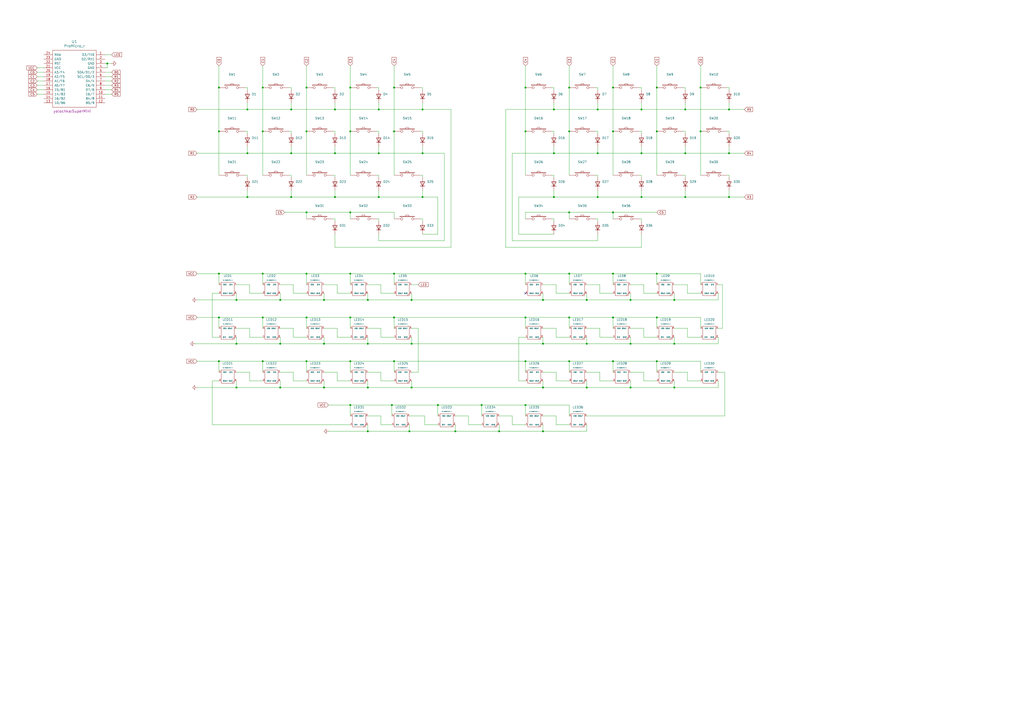
<source format=kicad_sch>
(kicad_sch (version 20250114) (generator "eeschema") (generator_version "9.0")
  (paper "A2")
  (junction (at 330.2 76.2))
  (junction (at 355.6 76.2))
  (junction (at 422.91 114.3))
  (junction (at 245.11 63.5))
  (junction (at 203.2 158.75))
  (junction (at 365.76 224.79))
  (junction (at 62.23 36.83))
  (junction (at 279.4 234.95))
  (junction (at 330.2 209.55))
  (junction (at 340.36 224.79))
  (junction (at 228.6 184.15))
  (junction (at 228.6 158.75))
  (junction (at 330.2 184.15))
  (junction (at 213.36 173.99))
  (junction (at 314.96 199.39))
  (junction (at 321.31 63.5))
  (junction (at 330.2 50.8))
  (junction (at 219.71 88.9))
  (junction (at 187.96 199.39))
  (junction (at 254 234.95))
  (junction (at 406.4 50.8))
  (junction (at 330.2 158.75))
  (junction (at 194.31 63.5))
  (junction (at 346.71 63.5))
  (junction (at 238.76 173.99))
  (junction (at 228.6 50.8))
  (junction (at 203.2 184.15))
  (junction (at 143.51 88.9))
  (junction (at 137.16 173.99))
  (junction (at 162.56 173.99))
  (junction (at 143.51 114.3))
  (junction (at 340.36 173.99))
  (junction (at 391.16 224.79))
  (junction (at 381 209.55))
  (junction (at 177.8 123.19))
  (junction (at 127 209.55))
  (junction (at 137.16 224.79))
  (junction (at 127 50.8))
  (junction (at 219.71 63.5))
  (junction (at 187.96 173.99))
  (junction (at 177.8 50.8))
  (junction (at 177.8 76.2))
  (junction (at 127 184.15))
  (junction (at 203.2 123.19))
  (junction (at 314.96 224.79))
  (junction (at 143.51 63.5))
  (junction (at 187.96 224.79))
  (junction (at 152.4 158.75))
  (junction (at 372.11 63.5))
  (junction (at 304.8 50.8))
  (junction (at 127 76.2))
  (junction (at 321.31 114.3))
  (junction (at 237.49 250.19))
  (junction (at 203.2 76.2))
  (junction (at 162.56 199.39))
  (junction (at 372.11 88.9))
  (junction (at 355.6 50.8))
  (junction (at 406.4 76.2))
  (junction (at 227.33 234.95))
  (junction (at 355.6 184.15))
  (junction (at 372.11 114.3))
  (junction (at 397.51 114.3))
  (junction (at 203.2 209.55))
  (junction (at 381 184.15))
  (junction (at 245.11 114.3))
  (junction (at 304.8 184.15))
  (junction (at 152.4 50.8))
  (junction (at 381 50.8))
  (junction (at 397.51 88.9))
  (junction (at 194.31 114.3))
  (junction (at 365.76 199.39))
  (junction (at 168.91 63.5))
  (junction (at 203.2 234.95))
  (junction (at 228.6 209.55))
  (junction (at 330.2 123.19))
  (junction (at 355.6 158.75))
  (junction (at 321.31 88.9))
  (junction (at 177.8 209.55))
  (junction (at 304.8 234.95))
  (junction (at 152.4 209.55))
  (junction (at 340.36 199.39))
  (junction (at 168.91 88.9))
  (junction (at 219.71 114.3))
  (junction (at 177.8 158.75))
  (junction (at 355.6 123.19))
  (junction (at 397.51 63.5))
  (junction (at 381 76.2))
  (junction (at 346.71 88.9))
  (junction (at 168.91 114.3))
  (junction (at 304.8 158.75))
  (junction (at 346.71 114.3))
  (junction (at 213.36 224.79))
  (junction (at 137.16 199.39))
  (junction (at 289.56 250.19))
  (junction (at 381 158.75))
  (junction (at 422.91 63.5))
  (junction (at 194.31 88.9))
  (junction (at 355.6 209.55))
  (junction (at 152.4 184.15))
  (junction (at 422.91 88.9))
  (junction (at 213.36 199.39))
  (junction (at 213.36 250.19))
  (junction (at 162.56 224.79))
  (junction (at 391.16 199.39))
  (junction (at 228.6 76.2))
  (junction (at 238.76 199.39))
  (junction (at 238.76 224.79))
  (junction (at 264.16 250.19))
  (junction (at 314.96 250.19))
  (junction (at 245.11 88.9))
  (junction (at 365.76 173.99))
  (junction (at 304.8 76.2))
  (junction (at 314.96 173.99))
  (junction (at 152.4 76.2))
  (junction (at 203.2 50.8))
  (junction (at 127 158.75))
  (junction (at 391.16 173.99))
  (junction (at 177.8 184.15))
  (junction (at 304.8 209.55))
  (no_connect (at 304.8 170.18))
  (wire (pts (xy 346.71 127) (xy 346.71 128.27)))
  (wire (pts (xy 381 184.15) (xy 381 190.5)))
  (wire (pts (xy 177.8 195.58) (xy 170.18 195.58)))
  (wire (pts (xy 167.64 50.8) (xy 168.91 50.8)))
  (wire (pts (xy 345.44 76.2) (xy 346.71 76.2)))
  (wire (pts (xy 314.96 224.79) (xy 238.76 224.79)))
  (wire (pts (xy 60.96 49.53) (xy 64.77 49.53)))
  (wire (pts (xy 144.78 190.5) (xy 137.16 190.5)))
  (wire (pts (xy 144.78 165.1) (xy 144.78 170.18)))
  (wire (pts (xy 137.16 195.58) (xy 137.16 199.39)))
  (wire (pts (xy 320.04 50.8) (xy 321.31 50.8)))
  (wire (pts (xy 144.78 220.98) (xy 152.4 220.98)))
  (wire (pts (xy 219.71 85.09) (xy 219.71 88.9)))
  (wire (pts (xy 21.59 52.07) (xy 25.4 52.07)))
  (wire (pts (xy 396.24 50.8) (xy 397.51 50.8)))
  (wire (pts (xy 422.91 101.6) (xy 422.91 102.87)))
  (wire (pts (xy 218.44 127) (xy 219.71 127)))
  (wire (pts (xy 314.96 195.58) (xy 314.96 199.39)))
  (wire (pts (xy 416.56 215.9) (xy 420.37 215.9)))
  (wire (pts (xy 330.2 76.2) (xy 330.2 101.6)))
  (wire (pts (xy 243.84 101.6) (xy 245.11 101.6)))
  (wire (pts (xy 322.58 246.38) (xy 322.58 241.3)))
  (wire (pts (xy 340.36 246.38) (xy 340.36 250.19)))
  (wire (pts (xy 346.71 85.09) (xy 346.71 88.9)))
  (wire (pts (xy 114.3 209.55) (xy 127 209.55)))
  (wire (pts (xy 355.6 184.15) (xy 330.2 184.15)))
  (wire (pts (xy 314.96 215.9) (xy 322.58 215.9)))
  (wire (pts (xy 355.6 184.15) (xy 355.6 190.5)))
  (wire (pts (xy 372.11 143.51) (xy 293.37 143.51)))
  (wire (pts (xy 246.38 241.3) (xy 237.49 241.3)))
  (wire (pts (xy 346.71 50.8) (xy 346.71 52.07)))
  (wire (pts (xy 194.31 85.09) (xy 194.31 88.9)))
  (wire (pts (xy 228.6 184.15) (xy 228.6 190.5)))
  (wire (pts (xy 391.16 215.9) (xy 398.78 215.9)))
  (wire (pts (xy 381 38.1) (xy 381 50.8)))
  (wire (pts (xy 177.8 209.55) (xy 203.2 209.55)))
  (wire (pts (xy 330.2 195.58) (xy 322.58 195.58)))
  (wire (pts (xy 142.24 76.2) (xy 143.51 76.2)))
  (wire (pts (xy 346.71 59.69) (xy 346.71 63.5)))
  (wire (pts (xy 372.11 135.89) (xy 372.11 143.51)))
  (wire (pts (xy 242.57 190.5) (xy 242.57 215.9)))
  (wire (pts (xy 245.11 127) (xy 245.11 128.27)))
  (wire (pts (xy 381 158.75) (xy 381 165.1)))
  (wire (pts (xy 340.36 165.1) (xy 347.98 165.1)))
  (wire (pts (xy 238.76 224.79) (xy 213.36 224.79)))
  (wire (pts (xy 406.4 209.55) (xy 381 209.55)))
  (wire (pts (xy 340.36 195.58) (xy 340.36 199.39)))
  (wire (pts (xy 355.6 50.8) (xy 355.6 76.2)))
  (wire (pts (xy 238.76 190.5) (xy 242.57 190.5)))
  (wire (pts (xy 242.57 215.9) (xy 238.76 215.9)))
  (wire (pts (xy 355.6 38.1) (xy 355.6 50.8)))
  (wire (pts (xy 322.58 195.58) (xy 322.58 190.5)))
  (wire (pts (xy 220.98 190.5) (xy 213.36 190.5)))
  (wire (pts (xy 228.6 195.58) (xy 220.98 195.58)))
  (wire (pts (xy 421.64 76.2) (xy 422.91 76.2)))
  (wire (pts (xy 330.2 38.1) (xy 330.2 50.8)))
  (wire (pts (xy 398.78 190.5) (xy 391.16 190.5)))
  (wire (pts (xy 245.11 59.69) (xy 245.11 63.5)))
  (wire (pts (xy 219.71 135.89) (xy 219.71 139.7)))
  (wire (pts (xy 177.8 158.75) (xy 152.4 158.75)))
  (wire (pts (xy 60.96 54.61) (xy 64.77 54.61)))
  (wire (pts (xy 245.11 110.49) (xy 245.11 114.3)))
  (wire (pts (xy 321.31 76.2) (xy 321.31 77.47)))
  (wire (pts (xy 177.8 123.19) (xy 165.1 123.19)))
  (wire (pts (xy 330.2 241.3) (xy 330.2 234.95)))
  (wire (pts (xy 238.76 220.98) (xy 238.76 224.79)))
  (wire (pts (xy 219.71 127) (xy 219.71 128.27)))
  (wire (pts (xy 346.71 63.5) (xy 372.11 63.5)))
  (wire (pts (xy 168.91 59.69) (xy 168.91 63.5)))
  (wire (pts (xy 144.78 170.18) (xy 152.4 170.18)))
  (wire (pts (xy 416.56 173.99) (xy 391.16 173.99)))
  (wire (pts (xy 203.2 234.95) (xy 190.5 234.95)))
  (wire (pts (xy 220.98 170.18) (xy 228.6 170.18)))
  (wire (pts (xy 123.19 170.18) (xy 123.19 195.58)))
  (wire (pts (xy 330.2 190.5) (xy 330.2 184.15)))
  (wire (pts (xy 381 209.55) (xy 355.6 209.55)))
  (wire (pts (xy 330.2 209.55) (xy 330.2 215.9)))
  (wire (pts (xy 304.8 209.55) (xy 304.8 215.9)))
  (wire (pts (xy 304.8 184.15) (xy 228.6 184.15)))
  (wire (pts (xy 123.19 246.38) (xy 203.2 246.38)))
  (wire (pts (xy 406.4 195.58) (xy 398.78 195.58)))
  (wire (pts (xy 60.96 44.45) (xy 64.77 44.45)))
  (wire (pts (xy 321.31 101.6) (xy 321.31 102.87)))
  (wire (pts (xy 355.6 209.55) (xy 355.6 215.9)))
  (wire (pts (xy 304.8 50.8) (xy 304.8 76.2)))
  (wire (pts (xy 220.98 165.1) (xy 220.98 170.18)))
  (wire (pts (xy 372.11 76.2) (xy 372.11 77.47)))
  (wire (pts (xy 340.36 220.98) (xy 340.36 224.79)))
  (wire (pts (xy 143.51 59.69) (xy 143.51 63.5)))
  (wire (pts (xy 397.51 85.09) (xy 397.51 88.9)))
  (wire (pts (xy 168.91 50.8) (xy 168.91 52.07)))
  (wire (pts (xy 213.36 220.98) (xy 213.36 224.79)))
  (wire (pts (xy 397.51 110.49) (xy 397.51 114.3)))
  (wire (pts (xy 168.91 114.3) (xy 194.31 114.3)))
  (wire (pts (xy 21.59 46.99) (xy 25.4 46.99)))
  (wire (pts (xy 219.71 88.9) (xy 245.11 88.9)))
  (wire (pts (xy 219.71 101.6) (xy 219.71 102.87)))
  (wire (pts (xy 421.64 50.8) (xy 422.91 50.8)))
  (wire (pts (xy 355.6 195.58) (xy 347.98 195.58)))
  (wire (pts (xy 372.11 63.5) (xy 397.51 63.5)))
  (wire (pts (xy 355.6 158.75) (xy 330.2 158.75)))
  (wire (pts (xy 264.16 250.19) (xy 237.49 250.19)))
  (wire (pts (xy 243.84 127) (xy 245.11 127)))
  (wire (pts (xy 114.3 63.5) (xy 143.51 63.5)))
  (wire (pts (xy 127 209.55) (xy 127 215.9)))
  (wire (pts (xy 279.4 246.38) (xy 271.78 246.38)))
  (wire (pts (xy 321.31 85.09) (xy 321.31 88.9)))
  (wire (pts (xy 242.57 165.1) (xy 238.76 165.1)))
  (wire (pts (xy 397.51 88.9) (xy 422.91 88.9)))
  (wire (pts (xy 254 246.38) (xy 246.38 246.38)))
  (wire (pts (xy 194.31 101.6) (xy 194.31 102.87)))
  (wire (pts (xy 419.1 165.1) (xy 419.1 190.5)))
  (wire (pts (xy 213.36 173.99) (xy 187.96 173.99)))
  (wire (pts (xy 245.11 88.9) (xy 257.81 88.9)))
  (wire (pts (xy 396.24 101.6) (xy 397.51 101.6)))
  (wire (pts (xy 152.4 195.58) (xy 144.78 195.58)))
  (wire (pts (xy 152.4 184.15) (xy 127 184.15)))
  (wire (pts (xy 300.99 220.98) (xy 304.8 220.98)))
  (wire (pts (xy 194.31 88.9) (xy 219.71 88.9)))
  (wire (pts (xy 373.38 165.1) (xy 373.38 170.18)))
  (wire (pts (xy 271.78 246.38) (xy 271.78 241.3)))
  (wire (pts (xy 228.6 38.1) (xy 228.6 50.8)))
  (wire (pts (xy 422.91 114.3) (xy 431.8 114.3)))
  (wire (pts (xy 340.36 250.19) (xy 314.96 250.19)))
  (wire (pts (xy 203.2 184.15) (xy 177.8 184.15)))
  (wire (pts (xy 187.96 215.9) (xy 195.58 215.9)))
  (wire (pts (xy 194.31 110.49) (xy 194.31 114.3)))
  (wire (pts (xy 127 158.75) (xy 127 165.1)))
  (wire (pts (xy 144.78 215.9) (xy 144.78 220.98)))
  (wire (pts (xy 347.98 165.1) (xy 347.98 170.18)))
  (wire (pts (xy 170.18 190.5) (xy 162.56 190.5)))
  (wire (pts (xy 177.8 184.15) (xy 177.8 190.5)))
  (wire (pts (xy 219.71 50.8) (xy 219.71 52.07)))
  (wire (pts (xy 21.59 49.53) (xy 25.4 49.53)))
  (wire (pts (xy 372.11 114.3) (xy 397.51 114.3)))
  (wire (pts (xy 219.71 114.3) (xy 245.11 114.3)))
  (wire (pts (xy 228.6 76.2) (xy 228.6 101.6)))
  (wire (pts (xy 365.76 220.98) (xy 365.76 224.79)))
  (wire (pts (xy 127 184.15) (xy 114.3 184.15)))
  (wire (pts (xy 187.96 224.79) (xy 162.56 224.79)))
  (wire (pts (xy 194.31 50.8) (xy 194.31 52.07)))
  (wire (pts (xy 21.59 41.91) (xy 25.4 41.91)))
  (wire (pts (xy 397.51 63.5) (xy 422.91 63.5)))
  (wire (pts (xy 372.11 110.49) (xy 372.11 114.3)))
  (wire (pts (xy 381 195.58) (xy 373.38 195.58)))
  (wire (pts (xy 243.84 50.8) (xy 245.11 50.8)))
  (wire (pts (xy 228.6 158.75) (xy 228.6 165.1)))
  (wire (pts (xy 304.8 76.2) (xy 304.8 101.6)))
  (wire (pts (xy 213.36 165.1) (xy 220.98 165.1)))
  (wire (pts (xy 391.16 170.18) (xy 391.16 173.99)))
  (wire (pts (xy 219.71 76.2) (xy 219.71 77.47)))
  (wire (pts (xy 203.2 209.55) (xy 228.6 209.55)))
  (wire (pts (xy 245.11 101.6) (xy 245.11 102.87)))
  (wire (pts (xy 314.96 173.99) (xy 238.76 173.99)))
  (wire (pts (xy 373.38 190.5) (xy 365.76 190.5)))
  (wire (pts (xy 227.33 234.95) (xy 227.33 241.3)))
  (wire (pts (xy 397.51 101.6) (xy 397.51 102.87)))
  (wire (pts (xy 213.36 195.58) (xy 213.36 199.39)))
  (wire (pts (xy 168.91 88.9) (xy 194.31 88.9)))
  (wire (pts (xy 187.96 173.99) (xy 162.56 173.99)))
  (wire (pts (xy 300.99 114.3) (xy 321.31 114.3)))
  (wire (pts (xy 127 50.8) (xy 127 76.2)))
  (wire (pts (xy 228.6 158.75) (xy 203.2 158.75)))
  (wire (pts (xy 304.8 195.58) (xy 300.99 195.58)))
  (wire (pts (xy 143.51 114.3) (xy 168.91 114.3)))
  (wire (pts (xy 304.8 158.75) (xy 304.8 165.1)))
  (wire (pts (xy 168.91 110.49) (xy 168.91 114.3)))
  (wire (pts (xy 143.51 110.49) (xy 143.51 114.3)))
  (wire (pts (xy 406.4 38.1) (xy 406.4 50.8)))
  (wire (pts (xy 355.6 123.19) (xy 355.6 127)))
  (wire (pts (xy 187.96 220.98) (xy 187.96 224.79)))
  (wire (pts (xy 304.8 234.95) (xy 304.8 241.3)))
  (wire (pts (xy 213.36 199.39) (xy 187.96 199.39)))
  (wire (pts (xy 372.11 101.6) (xy 372.11 102.87)))
  (wire (pts (xy 227.33 234.95) (xy 203.2 234.95)))
  (wire (pts (xy 60.96 39.37) (xy 62.23 39.37)))
  (wire (pts (xy 347.98 190.5) (xy 340.36 190.5)))
  (wire (pts (xy 162.56 199.39) (xy 137.16 199.39)))
  (wire (pts (xy 203.2 215.9) (xy 203.2 209.55)))
  (wire (pts (xy 245.11 85.09) (xy 245.11 88.9)))
  (wire (pts (xy 422.91 50.8) (xy 422.91 52.07)))
  (wire (pts (xy 245.11 50.8) (xy 245.11 52.07)))
  (wire (pts (xy 187.96 170.18) (xy 187.96 173.99)))
  (wire (pts (xy 345.44 127) (xy 346.71 127)))
  (wire (pts (xy 416.56 170.18) (xy 416.56 173.99)))
  (wire (pts (xy 422.91 59.69) (xy 422.91 63.5)))
  (wire (pts (xy 406.4 215.9) (xy 406.4 209.55)))
  (wire (pts (xy 193.04 127) (xy 194.31 127)))
  (wire (pts (xy 228.6 123.19) (xy 203.2 123.19)))
  (wire (pts (xy 152.4 184.15) (xy 152.4 190.5)))
  (wire (pts (xy 195.58 190.5) (xy 187.96 190.5)))
  (wire (pts (xy 330.2 123.19) (xy 330.2 127)))
  (wire (pts (xy 398.78 170.18) (xy 406.4 170.18)))
  (wire (pts (xy 346.71 88.9) (xy 372.11 88.9)))
  (wire (pts (xy 245.11 114.3) (xy 254 114.3)))
  (wire (pts (xy 203.2 123.19) (xy 177.8 123.19)))
  (wire (pts (xy 152.4 50.8) (xy 152.4 76.2)))
  (wire (pts (xy 219.71 59.69) (xy 219.71 63.5)))
  (wire (pts (xy 365.76 165.1) (xy 373.38 165.1)))
  (wire (pts (xy 391.16 173.99) (xy 365.76 173.99)))
  (wire (pts (xy 177.8 123.19) (xy 177.8 127)))
  (wire (pts (xy 330.2 246.38) (xy 322.58 246.38)))
  (wire (pts (xy 321.31 110.49) (xy 321.31 114.3)))
  (wire (pts (xy 170.18 220.98) (xy 177.8 220.98)))
  (wire (pts (xy 340.36 224.79) (xy 314.96 224.79)))
  (wire (pts (xy 137.16 170.18) (xy 137.16 173.99)))
  (wire (pts (xy 381 50.8) (xy 381 76.2)))
  (wire (pts (xy 397.51 76.2) (xy 397.51 77.47)))
  (wire (pts (xy 218.44 76.2) (xy 219.71 76.2)))
  (wire (pts (xy 314.96 246.38) (xy 314.96 250.19)))
  (wire (pts (xy 152.4 38.1) (xy 152.4 50.8)))
  (wire (pts (xy 372.11 50.8) (xy 372.11 52.07)))
  (wire (pts (xy 203.2 158.75) (xy 203.2 165.1)))
  (wire (pts (xy 321.31 88.9) (xy 346.71 88.9)))
  (wire (pts (xy 123.19 220.98) (xy 123.19 246.38)))
  (wire (pts (xy 322.58 220.98) (xy 330.2 220.98)))
  (wire (pts (xy 330.2 158.75) (xy 304.8 158.75)))
  (wire (pts (xy 330.2 234.95) (xy 304.8 234.95)))
  (wire (pts (xy 264.16 246.38) (xy 264.16 250.19)))
  (wire (pts (xy 346.71 101.6) (xy 346.71 102.87)))
  (wire (pts (xy 340.36 173.99) (xy 314.96 173.99)))
  (wire (pts (xy 194.31 114.3) (xy 219.71 114.3)))
  (wire (pts (xy 243.84 76.2) (xy 245.11 76.2)))
  (wire (pts (xy 168.91 85.09) (xy 168.91 88.9)))
  (wire (pts (xy 304.8 209.55) (xy 228.6 209.55)))
  (wire (pts (xy 193.04 50.8) (xy 194.31 50.8)))
  (wire (pts (xy 152.4 158.75) (xy 152.4 165.1)))
  (wire (pts (xy 177.8 76.2) (xy 177.8 101.6)))
  (wire (pts (xy 64.77 31.75) (xy 60.96 31.75)))
  (wire (pts (xy 127 195.58) (xy 123.19 195.58)))
  (wire (pts (xy 254 234.95) (xy 227.33 234.95)))
  (wire (pts (xy 300.99 195.58) (xy 300.99 220.98)))
  (wire (pts (xy 194.31 135.89) (xy 194.31 143.51)))
  (wire (pts (xy 246.38 246.38) (xy 246.38 241.3)))
  (wire (pts (xy 406.4 158.75) (xy 381 158.75)))
  (wire (pts (xy 422.91 85.09) (xy 422.91 88.9)))
  (wire (pts (xy 60.96 36.83) (xy 62.23 36.83)))
  (wire (pts (xy 304.8 38.1) (xy 304.8 50.8)))
  (wire (pts (xy 422.91 63.5) (xy 431.8 63.5)))
  (wire (pts (xy 391.16 199.39) (xy 365.76 199.39)))
  (wire (pts (xy 203.2 50.8) (xy 203.2 76.2)))
  (wire (pts (xy 314.96 250.19) (xy 289.56 250.19)))
  (wire (pts (xy 143.51 101.6) (xy 143.51 102.87)))
  (wire (pts (xy 195.58 165.1) (xy 195.58 170.18)))
  (wire (pts (xy 347.98 220.98) (xy 355.6 220.98)))
  (wire (pts (xy 381 184.15) (xy 355.6 184.15)))
  (wire (pts (xy 355.6 76.2) (xy 355.6 101.6)))
  (wire (pts (xy 289.56 246.38) (xy 289.56 250.19)))
  (wire (pts (xy 228.6 50.8) (xy 228.6 76.2)))
  (wire (pts (xy 137.16 220.98) (xy 137.16 224.79)))
  (wire (pts (xy 373.38 220.98) (xy 381 220.98)))
  (wire (pts (xy 396.24 76.2) (xy 397.51 76.2)))
  (wire (pts (xy 168.91 63.5) (xy 194.31 63.5)))
  (wire (pts (xy 422.91 88.9) (xy 431.8 88.9)))
  (wire (pts (xy 397.51 50.8) (xy 397.51 52.07)))
  (wire (pts (xy 127 184.15) (xy 127 190.5)))
  (wire (pts (xy 320.04 76.2) (xy 321.31 76.2)))
  (wire (pts (xy 304.8 123.19) (xy 330.2 123.19)))
  (wire (pts (xy 187.96 195.58) (xy 187.96 199.39)))
  (wire (pts (xy 213.36 215.9) (xy 220.98 215.9)))
  (wire (pts (xy 391.16 195.58) (xy 391.16 199.39)))
  (wire (pts (xy 195.58 170.18) (xy 203.2 170.18)))
  (wire (pts (xy 218.44 101.6) (xy 219.71 101.6)))
  (wire (pts (xy 203.2 234.95) (xy 203.2 241.3)))
  (wire (pts (xy 257.81 139.7) (xy 257.81 88.9)))
  (wire (pts (xy 137.16 165.1) (xy 144.78 165.1)))
  (wire (pts (xy 203.2 184.15) (xy 203.2 190.5)))
  (wire (pts (xy 345.44 50.8) (xy 346.71 50.8)))
  (wire (pts (xy 127 38.1) (xy 127 50.8)))
  (wire (pts (xy 194.31 63.5) (xy 219.71 63.5)))
  (wire (pts (xy 365.76 199.39) (xy 340.36 199.39)))
  (wire (pts (xy 177.8 184.15) (xy 152.4 184.15)))
  (wire (pts (xy 194.31 143.51) (xy 261.62 143.51)))
  (wire (pts (xy 297.18 139.7) (xy 297.18 88.9)))
  (wire (pts (xy 170.18 215.9) (xy 170.18 220.98)))
  (wire (pts (xy 194.31 127) (xy 194.31 128.27)))
  (wire (pts (xy 195.58 215.9) (xy 195.58 220.98)))
  (wire (pts (xy 373.38 195.58) (xy 373.38 190.5)))
  (wire (pts (xy 152.4 209.55) (xy 152.4 215.9)))
  (wire (pts (xy 219.71 110.49) (xy 219.71 114.3)))
  (wire (pts (xy 177.8 50.8) (xy 177.8 76.2)))
  (wire (pts (xy 177.8 158.75) (xy 177.8 165.1)))
  (wire (pts (xy 370.84 101.6) (xy 372.11 101.6)))
  (wire (pts (xy 279.4 234.95) (xy 279.4 241.3)))
  (wire (pts (xy 355.6 209.55) (xy 330.2 209.55)))
  (wire (pts (xy 300.99 135.89) (xy 300.99 114.3)))
  (wire (pts (xy 143.51 88.9) (xy 168.91 88.9)))
  (wire (pts (xy 219.71 63.5) (xy 245.11 63.5)))
  (wire (pts (xy 195.58 195.58) (xy 195.58 190.5)))
  (wire (pts (xy 194.31 59.69) (xy 194.31 63.5)))
  (wire (pts (xy 422.91 110.49) (xy 422.91 114.3)))
  (wire (pts (xy 406.4 190.5) (xy 406.4 184.15)))
  (wire (pts (xy 213.36 170.18) (xy 213.36 173.99)))
  (wire (pts (xy 143.51 63.5) (xy 168.91 63.5)))
  (wire (pts (xy 60.96 41.91) (xy 64.77 41.91)))
  (wire (pts (xy 346.71 114.3) (xy 372.11 114.3)))
  (wire (pts (xy 219.71 139.7) (xy 257.81 139.7)))
  (wire (pts (xy 322.58 241.3) (xy 314.96 241.3)))
  (wire (pts (xy 289.56 250.19) (xy 264.16 250.19)))
  (wire (pts (xy 162.56 195.58) (xy 162.56 199.39)))
  (wire (pts (xy 365.76 224.79) (xy 340.36 224.79)))
  (wire (pts (xy 137.16 173.99) (xy 114.3 173.99)))
  (wire (pts (xy 365.76 170.18) (xy 365.76 173.99)))
  (wire (pts (xy 245.11 76.2) (xy 245.11 77.47)))
  (wire (pts (xy 152.4 158.75) (xy 127 158.75)))
  (wire (pts (xy 372.11 85.09) (xy 372.11 88.9)))
  (wire (pts (xy 416.56 165.1) (xy 419.1 165.1)))
  (wire (pts (xy 21.59 54.61) (xy 25.4 54.61)))
  (wire (pts (xy 228.6 209.55) (xy 228.6 215.9)))
  (wire (pts (xy 152.4 209.55) (xy 177.8 209.55)))
  (wire (pts (xy 398.78 215.9) (xy 398.78 220.98)))
  (wire (pts (xy 346.71 110.49) (xy 346.71 114.3)))
  (wire (pts (xy 406.4 165.1) (xy 406.4 158.75)))
  (wire (pts (xy 381 209.55) (xy 381 215.9)))
  (wire (pts (xy 365.76 173.99) (xy 340.36 173.99)))
  (wire (pts (xy 137.16 224.79) (xy 114.3 224.79)))
  (wire (pts (xy 397.51 59.69) (xy 397.51 63.5)))
  (wire (pts (xy 220.98 246.38) (xy 220.98 241.3)))
  (wire (pts (xy 416.56 195.58) (xy 416.56 199.39)))
  (wire (pts (xy 297.18 241.3) (xy 289.56 241.3)))
  (wire (pts (xy 127 158.75) (xy 114.3 158.75)))
  (wire (pts (xy 21.59 44.45) (xy 25.4 44.45)))
  (wire (pts (xy 330.2 50.8) (xy 330.2 76.2)))
  (wire (pts (xy 321.31 127) (xy 321.31 128.27)))
  (wire (pts (xy 321.31 63.5) (xy 346.71 63.5)))
  (wire (pts (xy 372.11 88.9) (xy 397.51 88.9)))
  (wire (pts (xy 62.23 36.83) (xy 64.77 36.83)))
  (wire (pts (xy 340.36 215.9) (xy 347.98 215.9)))
  (wire (pts (xy 304.8 184.15) (xy 304.8 190.5)))
  (wire (pts (xy 330.2 184.15) (xy 304.8 184.15)))
  (wire (pts (xy 293.37 63.5) (xy 321.31 63.5)))
  (wire (pts (xy 127 209.55) (xy 152.4 209.55)))
  (wire (pts (xy 203.2 195.58) (xy 195.58 195.58)))
  (wire (pts (xy 60.96 52.07) (xy 64.77 52.07)))
  (wire (pts (xy 398.78 220.98) (xy 406.4 220.98)))
  (wire (pts (xy 237.49 250.19) (xy 213.36 250.19)))
  (wire (pts (xy 144.78 195.58) (xy 144.78 190.5)))
  (wire (pts (xy 170.18 195.58) (xy 170.18 190.5)))
  (wire (pts (xy 127 76.2) (xy 127 101.6)))
  (wire (pts (xy 304.8 158.75) (xy 228.6 158.75)))
  (wire (pts (xy 137.16 199.39) (xy 113.03 199.39)))
  (wire (pts (xy 304.8 246.38) (xy 297.18 246.38)))
  (wire (pts (xy 21.59 39.37) (xy 25.4 39.37)))
  (wire (pts (xy 194.31 76.2) (xy 194.31 77.47)))
  (wire (pts (xy 322.58 170.18) (xy 330.2 170.18)))
  (wire (pts (xy 355.6 123.19) (xy 381 123.19)))
  (wire (pts (xy 397.51 114.3) (xy 422.91 114.3)))
  (wire (pts (xy 421.64 101.6) (xy 422.91 101.6)))
  (wire (pts (xy 162.56 224.79) (xy 137.16 224.79)))
  (wire (pts (xy 143.51 76.2) (xy 143.51 77.47)))
  (wire (pts (xy 321.31 135.89) (xy 300.99 135.89)))
  (wire (pts (xy 406.4 76.2) (xy 406.4 101.6)))
  (wire (pts (xy 355.6 158.75) (xy 355.6 165.1)))
  (wire (pts (xy 162.56 170.18) (xy 162.56 173.99)))
  (wire (pts (xy 220.98 241.3) (xy 213.36 241.3)))
  (wire (pts (xy 213.36 250.19) (xy 190.5 250.19)))
  (wire (pts (xy 420.37 215.9) (xy 420.37 241.3)))
  (wire (pts (xy 220.98 220.98) (xy 228.6 220.98)))
  (wire (pts (xy 330.2 158.75) (xy 330.2 165.1)))
  (wire (pts (xy 218.44 50.8) (xy 219.71 50.8)))
  (wire (pts (xy 347.98 170.18) (xy 355.6 170.18)))
  (wire (pts (xy 381 158.75) (xy 355.6 158.75)))
  (wire (pts (xy 245.11 135.89) (xy 254 135.89)))
  (wire (pts (xy 254 234.95) (xy 254 241.3)))
  (wire (pts (xy 420.37 241.3) (xy 340.36 241.3)))
  (wire (pts (xy 321.31 59.69) (xy 321.31 63.5)))
  (wire (pts (xy 314.96 220.98) (xy 314.96 224.79)))
  (wire (pts (xy 279.4 234.95) (xy 254 234.95)))
  (wire (pts (xy 143.51 85.09) (xy 143.51 88.9)))
  (wire (pts (xy 168.91 101.6) (xy 168.91 102.87)))
  (wire (pts (xy 213.36 246.38) (xy 213.36 250.19)))
  (wire (pts (xy 330.2 209.55) (xy 304.8 209.55)))
  (wire (pts (xy 346.71 135.89) (xy 346.71 139.7)))
  (wire (pts (xy 170.18 170.18) (xy 177.8 170.18)))
  (wire (pts (xy 347.98 195.58) (xy 347.98 190.5)))
  (wire (pts (xy 365.76 215.9) (xy 373.38 215.9)))
  (wire (pts (xy 137.16 215.9) (xy 144.78 215.9)))
  (wire (pts (xy 314.96 170.18) (xy 314.96 173.99)))
  (wire (pts (xy 320.04 127) (xy 321.31 127)))
  (wire (pts (xy 321.31 114.3) (xy 346.71 114.3)))
  (wire (pts (xy 297.18 246.38) (xy 297.18 241.3)))
  (wire (pts (xy 142.24 50.8) (xy 143.51 50.8)))
  (wire (pts (xy 203.2 38.1) (xy 203.2 50.8)))
  (wire (pts (xy 238.76 170.18) (xy 238.76 173.99)))
  (wire (pts (xy 373.38 215.9) (xy 373.38 220.98)))
  (wire (pts (xy 114.3 88.9) (xy 143.51 88.9)))
  (wire (pts (xy 406.4 50.8) (xy 406.4 76.2)))
  (wire (pts (xy 304.8 127) (xy 304.8 123.19)))
  (wire (pts (xy 203.2 123.19) (xy 203.2 127)))
  (wire (pts (xy 372.11 59.69) (xy 372.11 63.5)))
  (wire (pts (xy 177.8 209.55) (xy 177.8 215.9)))
  (wire (pts (xy 237.49 246.38) (xy 237.49 250.19)))
  (wire (pts (xy 320.04 101.6) (xy 321.31 101.6)))
  (wire (pts (xy 227.33 246.38) (xy 220.98 246.38)))
  (wire (pts (xy 314.96 165.1) (xy 322.58 165.1)))
  (wire (pts (xy 187.96 199.39) (xy 162.56 199.39)))
  (wire (pts (xy 406.4 184.15) (xy 381 184.15)))
  (wire (pts (xy 345.44 101.6) (xy 346.71 101.6)))
  (wire (pts (xy 373.38 170.18) (xy 381 170.18)))
  (wire (pts (xy 321.31 50.8) (xy 321.31 52.07)))
  (wire (pts (xy 391.16 165.1) (xy 398.78 165.1)))
  (wire (pts (xy 416.56 190.5) (xy 419.1 190.5)))
  (wire (pts (xy 391.16 220.98) (xy 391.16 224.79)))
  (wire (pts (xy 261.62 63.5) (xy 245.11 63.5)))
  (wire (pts (xy 162.56 220.98) (xy 162.56 224.79)))
  (wire (pts (xy 370.84 127) (xy 372.11 127)))
  (wire (pts (xy 416.56 224.79) (xy 391.16 224.79)))
  (wire (pts (xy 114.3 114.3) (xy 143.51 114.3)))
  (wire (pts (xy 370.84 50.8) (xy 372.11 50.8)))
  (wire (pts (xy 322.58 215.9) (xy 322.58 220.98)))
  (wire (pts (xy 293.37 143.51) (xy 293.37 63.5)))
  (wire (pts (xy 254 135.89) (xy 254 114.3)))
  (wire (pts (xy 271.78 241.3) (xy 264.16 241.3)))
  (wire (pts (xy 228.6 127) (xy 228.6 123.19)))
  (wire (pts (xy 162.56 215.9) (xy 170.18 215.9)))
  (wire (pts (xy 416.56 220.98) (xy 416.56 224.79)))
  (wire (pts (xy 162.56 165.1) (xy 170.18 165.1)))
  (wire (pts (xy 220.98 215.9) (xy 220.98 220.98)))
  (wire (pts (xy 261.62 143.51) (xy 261.62 63.5)))
  (wire (pts (xy 347.98 215.9) (xy 347.98 220.98)))
  (wire (pts (xy 203.2 158.75) (xy 177.8 158.75)))
  (wire (pts (xy 228.6 184.15) (xy 203.2 184.15)))
  (wire (pts (xy 162.56 173.99) (xy 137.16 173.99)))
  (wire (pts (xy 60.96 46.99) (xy 64.77 46.99)))
  (wire (pts (xy 238.76 199.39) (xy 213.36 199.39)))
  (wire (pts (xy 193.04 76.2) (xy 194.31 76.2)))
  (wire (pts (xy 372.11 127) (xy 372.11 128.27)))
  (wire (pts (xy 398.78 195.58) (xy 398.78 190.5)))
  (wire (pts (xy 340.36 170.18) (xy 340.36 173.99)))
  (wire (pts (xy 322.58 165.1) (xy 322.58 170.18)))
  (wire (pts (xy 391.16 224.79) (xy 365.76 224.79)))
  (wire (pts (xy 195.58 220.98) (xy 203.2 220.98)))
  (wire (pts (xy 365.76 195.58) (xy 365.76 199.39)))
  (wire (pts (xy 340.36 199.39) (xy 314.96 199.39)))
  (wire (pts (xy 62.23 39.37) (xy 62.23 36.83)))
  (wire (pts (xy 238.76 173.99) (xy 213.36 173.99)))
  (wire (pts (xy 304.8 234.95) (xy 279.4 234.95)))
  (wire (pts (xy 213.36 224.79) (xy 187.96 224.79)))
  (wire (pts (xy 127 170.18) (xy 123.19 170.18)))
  (wire (pts (xy 142.24 101.6) (xy 143.51 101.6)))
  (wire (pts (xy 152.4 76.2) (xy 152.4 101.6)))
  (wire (pts (xy 203.2 76.2) (xy 203.2 101.6)))
  (wire (pts (xy 238.76 195.58) (xy 238.76 199.39)))
  (wire (pts (xy 297.18 88.9) (xy 321.31 88.9)))
  (wire (pts (xy 346.71 76.2) (xy 346.71 77.47)))
  (wire (pts (xy 370.84 76.2) (xy 372.11 76.2)))
  (wire (pts (xy 168.91 76.2) (xy 168.91 77.47)))
  (wire (pts (xy 187.96 165.1) (xy 195.58 165.1)))
  (wire (pts (xy 220.98 195.58) (xy 220.98 190.5)))
  (wire (pts (xy 322.58 190.5) (xy 314.96 190.5)))
  (wire (pts (xy 177.8 38.1) (xy 177.8 50.8)))
  (wire (pts (xy 416.56 199.39) (xy 391.16 199.39)))
  (wire (pts (xy 193.04 101.6) (xy 194.31 101.6)))
  (wire (pts (xy 170.18 165.1) (xy 170.18 170.18)))
  (wire (pts (xy 167.64 76.2) (xy 168.91 76.2)))
  (wire (pts (xy 346.71 139.7) (xy 297.18 139.7)))
  (wire (pts (xy 330.2 123.19) (xy 355.6 123.19)))
  (wire (pts (xy 398.78 165.1) (xy 398.78 170.18)))
  (wire (pts (xy 314.96 199.39) (xy 238.76 199.39)))
  (wire (pts (xy 422.91 76.2) (xy 422.91 77.47)))
  (wire (pts (xy 123.19 220.98) (xy 127 220.98)))
  (wire (pts (xy 167.64 101.6) (xy 168.91 101.6)))
  (wire (pts (xy 381 76.2) (xy 381 101.6)))
  (wire (pts (xy 143.51 50.8) (xy 143.51 52.07)))
  (global_label "VCC" (shape input) (at 21.59 39.37 180) (property "Intersheetrefs" "${INTERSHEET_REFS}" (effects (hide yes))))
  (global_label "R1" (shape input) (at 114.3 88.9 180) (property "Intersheetrefs" "${INTERSHEET_REFS}" (effects (hide yes))))
  (global_label "C2" (shape input) (at 21.59 46.99 180) (property "Intersheetrefs" "${INTERSHEET_REFS}" (effects (hide yes))))
  (global_label "R1" (shape input) (at 64.77 44.45 0) (property "Intersheetrefs" "${INTERSHEET_REFS}" (effects (hide yes))))
  (global_label "R4" (shape input) (at 64.77 52.07 0) (property "Intersheetrefs" "${INTERSHEET_REFS}" (effects (hide yes))))
  (global_label "C3" (shape input) (at 21.59 49.53 180) (property "Intersheetrefs" "${INTERSHEET_REFS}" (effects (hide yes))))
  (global_label "R5" (shape input) (at 64.77 54.61 0) (property "Intersheetrefs" "${INTERSHEET_REFS}" (effects (hide yes))))
  (global_label "C4" (shape input) (at 228.6 38.1 90) (property "Intersheetrefs" "${INTERSHEET_REFS}" (effects (hide yes))))
  (global_label "R0" (shape input) (at 114.3 63.5 180) (property "Intersheetrefs" "${INTERSHEET_REFS}" (effects (hide yes))))
  (global_label "C1" (shape input) (at 21.59 44.45 180) (property "Intersheetrefs" "${INTERSHEET_REFS}" (effects (hide yes))))
  (global_label "VCC" (shape input) (at 114.3 158.75 180) (property "Intersheetrefs" "${INTERSHEET_REFS}" (effects (hide yes))))
  (global_label "C3" (shape input) (at 203.2 38.1 90) (property "Intersheetrefs" "${INTERSHEET_REFS}" (effects (hide yes))))
  (global_label "C2" (shape input) (at 355.6 38.1 90) (property "Intersheetrefs" "${INTERSHEET_REFS}" (effects (hide yes))))
  (global_label "C0" (shape input) (at 21.59 41.91 180) (property "Intersheetrefs" "${INTERSHEET_REFS}" (effects (hide yes))))
  (global_label "C0" (shape input) (at 406.4 38.1 90) (property "Intersheetrefs" "${INTERSHEET_REFS}" (effects (hide yes))))
  (global_label "C4" (shape input) (at 304.8 38.1 90) (property "Intersheetrefs" "${INTERSHEET_REFS}" (effects (hide yes))))
  (global_label "R3" (shape input) (at 64.77 49.53 0) (property "Intersheetrefs" "${INTERSHEET_REFS}" (effects (hide yes))))
  (global_label "C5" (shape input) (at 165.1 123.19 180) (property "Intersheetrefs" "${INTERSHEET_REFS}" (effects (hide yes))))
  (global_label "C1" (shape input) (at 152.4 38.1 90) (property "Intersheetrefs" "${INTERSHEET_REFS}" (effects (hide yes))))
  (global_label "R4" (shape input) (at 431.8 88.9 0) (property "Intersheetrefs" "${INTERSHEET_REFS}" (effects (hide yes))))
  (global_label "C2" (shape input) (at 177.8 38.1 90) (property "Intersheetrefs" "${INTERSHEET_REFS}" (effects (hide yes))))
  (global_label "VCC" (shape input) (at 114.3 209.55 180) (property "Intersheetrefs" "${INTERSHEET_REFS}" (effects (hide yes))))
  (global_label "R0" (shape input) (at 64.77 41.91 0) (property "Intersheetrefs" "${INTERSHEET_REFS}" (effects (hide yes))))
  (global_label "R3" (shape input) (at 431.8 114.3 0) (property "Intersheetrefs" "${INTERSHEET_REFS}" (effects (hide yes))))
  (global_label "C3" (shape input) (at 330.2 38.1 90) (property "Intersheetrefs" "${INTERSHEET_REFS}" (effects (hide yes))))
  (global_label "LED" (shape input) (at 64.77 31.75 0) (property "Intersheetrefs" "${INTERSHEET_REFS}" (effects (hide yes))))
  (global_label "VCC" (shape input) (at 114.3 184.15 180) (property "Intersheetrefs" "${INTERSHEET_REFS}" (effects (hide yes))))
  (global_label "VCC" (shape input) (at 190.5 234.95 180) (property "Intersheetrefs" "${INTERSHEET_REFS}" (effects (hide yes))))
  (global_label "R5" (shape input) (at 431.8 63.5 0) (property "Intersheetrefs" "${INTERSHEET_REFS}" (effects (hide yes))))
  (global_label "C5" (shape input) (at 21.59 54.61 180) (property "Intersheetrefs" "${INTERSHEET_REFS}" (effects (hide yes))))
  (global_label "R2" (shape input) (at 114.3 114.3 180) (property "Intersheetrefs" "${INTERSHEET_REFS}" (effects (hide yes))))
  (global_label "C5" (shape input) (at 381 123.19 0) (property "Intersheetrefs" "${INTERSHEET_REFS}" (effects (hide yes))))
  (global_label "R2" (shape input) (at 64.77 46.99 0) (property "Intersheetrefs" "${INTERSHEET_REFS}" (effects (hide yes))))
  (global_label "C1" (shape input) (at 381 38.1 90) (property "Intersheetrefs" "${INTERSHEET_REFS}" (effects (hide yes))))
  (global_label "LED" (shape input) (at 242.57 165.1 0) (property "Intersheetrefs" "${INTERSHEET_REFS}" (effects (hide yes))))
  (global_label "C4" (shape input) (at 21.59 52.07 180) (property "Intersheetrefs" "${INTERSHEET_REFS}" (effects (hide yes))))
  (global_label "C0" (shape input) (at 127 38.1 90) (property "Intersheetrefs" "${INTERSHEET_REFS}" (effects (hide yes))))
  (symbol (lib_id "Diode:1N4148") (at 219.71 106.68 90) (unit 1)
    (property "Reference" "D24" (at 222.25 105.4099 90) (effects (justify right)))
    (property "Value" "1N4148" (effects (hide yes)))
    (property "Footprint" "yolochka:D3_SMD_single" (effects (hide yes)))
    (property "Datasheet" "https://assets.nexperia.com/documents/data-sheet/1N4148_1N4448.pdf" (effects (hide yes)))
    (property "Description" "100V 0.15A standard switching diode, DO-35" (effects (hide yes)))
    (property "Sim.Device" "D" (effects (hide yes)))
    (property "Sim.Pins" "1=K 2=A" (effects (hide yes)))
  )
  (symbol (lib_id "Diode:1N4148") (at 143.51 106.68 90) (unit 1)
    (property "Reference" "D21" (at 146.05 105.4099 90) (effects (justify right)))
    (property "Value" "1N4148" (effects (hide yes)))
    (property "Footprint" "yolochka:D3_SMD_single" (effects (hide yes)))
    (property "Datasheet" "https://assets.nexperia.com/documents/data-sheet/1N4148_1N4448.pdf" (effects (hide yes)))
    (property "Description" "100V 0.15A standard switching diode, DO-35" (effects (hide yes)))
    (property "Sim.Device" "D" (effects (hide yes)))
    (property "Sim.Pins" "1=K 2=A" (effects (hide yes)))
  )
  (symbol (lib_id "Diode:1N4148") (at 143.51 81.28 90) (unit 1)
    (property "Reference" "D11" (at 146.05 80.0099 90) (effects (justify right)))
    (property "Value" "1N4148" (effects (hide yes)))
    (property "Footprint" "yolochka:D3_SMD_single" (effects (hide yes)))
    (property "Datasheet" "https://assets.nexperia.com/documents/data-sheet/1N4148_1N4448.pdf" (effects (hide yes)))
    (property "Description" "100V 0.15A standard switching diode, DO-35" (effects (hide yes)))
    (property "Sim.Device" "D" (effects (hide yes)))
    (property "Sim.Pins" "1=K 2=A" (effects (hide yes)))
  )
  (symbol (lib_id "yolochka:SW_PUSH") (at 236.22 127 0) (unit 1)
    (property "Reference" "SW33" (at 236.22 119.38 0))
    (property "Value" "SW_PUSH" (effects (hide yes)))
    (property "Footprint" "yolochka:MX-single" (effects (hide yes)))
  )
  (symbol (lib_id "yolochka:SW_PUSH") (at 312.42 76.2 0) (unit 1)
    (property "Reference" "SW16" (at 312.42 68.58 0))
    (property "Value" "SW_PUSH" (effects (hide yes)))
    (property "Footprint" "yolochka:MX-single" (effects (hide yes)))
  )
  (symbol (lib_id "yolochka:YS-SK6812MINI-E_v2") (at 386.08 193.04 0) (unit 1)
    (property "Reference" "LED19" (at 386.08 185.42 0) (effects (font (size 1.2954 1.2954))))
    (property "Value" "YS-SK6812MINI-E" (at 386.08 187.96 0) (effects (font (size 0.4064 0.4064))))
    (property "Footprint" "yolochka:YS-SK6812MINI-E_single" (effects (hide yes)))
  )
  (symbol (lib_id "Diode:1N4148") (at 245.11 55.88 90) (unit 1)
    (property "Reference" "D5" (at 247.65 54.6099 90) (effects (justify right)))
    (property "Value" "1N4148" (effects (hide yes)))
    (property "Footprint" "yolochka:D3_SMD_single" (effects (hide yes)))
    (property "Datasheet" "https://assets.nexperia.com/documents/data-sheet/1N4148_1N4448.pdf" (effects (hide yes)))
    (property "Description" "100V 0.15A standard switching diode, DO-35" (effects (hide yes)))
    (property "Sim.Device" "D" (effects (hide yes)))
    (property "Sim.Pins" "1=K 2=A" (effects (hide yes)))
  )
  (symbol (lib_id "yolochka:YS-SK6812MINI-E-v1") (at 411.48 167.64 0) (unit 1)
    (property "Reference" "LED10" (at 411.48 160.02 0) (effects (font (size 1.2954 1.2954))))
    (property "Value" "YS-SK6812MINI-E" (at 411.48 162.56 0) (effects (font (size 0.4064 0.4064))))
    (property "Footprint" "yolochka:YS-SK6812MINI-E_single" (effects (hide yes)))
  )
  (symbol (lib_id "yolochka:SW_PUSH") (at 414.02 50.8 0) (unit 1)
    (property "Reference" "SW10" (at 414.02 43.18 0))
    (property "Value" "SW_PUSH" (effects (hide yes)))
    (property "Footprint" "yolochka:MX-single" (effects (hide yes)))
  )
  (symbol (lib_id "yolochka:YS-SK6812MINI-E-v1") (at 208.28 218.44 0) (unit 1)
    (property "Reference" "LED24" (at 208.28 210.82 0) (effects (font (size 1.2954 1.2954))))
    (property "Value" "YS-SK6812MINI-E" (at 208.28 213.36 0) (effects (font (size 0.4064 0.4064))))
    (property "Footprint" "yolochka:YS-SK6812MINI-E_single" (effects (hide yes)))
  )
  (symbol (lib_id "yolochka:YS-SK6812MINI-E-v1") (at 360.68 218.44 0) (unit 1)
    (property "Reference" "LED28" (at 360.68 210.82 0) (effects (font (size 1.2954 1.2954))))
    (property "Value" "YS-SK6812MINI-E" (at 360.68 213.36 0) (effects (font (size 0.4064 0.4064))))
    (property "Footprint" "yolochka:YS-SK6812MINI-E_single" (effects (hide yes)))
  )
  (symbol (lib_id "yolochka:YS-SK6812MINI-E_v2") (at 208.28 193.04 0) (unit 1)
    (property "Reference" "LED14" (at 208.28 185.42 0) (effects (font (size 1.2954 1.2954))))
    (property "Value" "YS-SK6812MINI-E" (at 208.28 187.96 0) (effects (font (size 0.4064 0.4064))))
    (property "Footprint" "yolochka:YS-SK6812MINI-E_single" (effects (hide yes)))
  )
  (symbol (lib_id "yolochka:YS-SK6812MINI-E_v2") (at 335.28 243.84 0) (unit 1)
    (property "Reference" "LED36" (at 335.28 236.22 0) (effects (font (size 1.2954 1.2954))))
    (property "Value" "YS-SK6812MINI-E" (at 335.28 238.76 0) (effects (font (size 0.4064 0.4064))))
    (property "Footprint" "yolochka:YS-SK6812MINI-E_single" (effects (hide yes)))
  )
  (symbol (lib_id "yolochka:YS-SK6812MINI-E-v1") (at 208.28 167.64 0) (unit 1)
    (property "Reference" "LED4" (at 208.28 160.02 0) (effects (font (size 1.2954 1.2954))))
    (property "Value" "YS-SK6812MINI-E" (at 208.28 162.56 0) (effects (font (size 0.4064 0.4064))))
    (property "Footprint" "yolochka:YS-SK6812MINI-E_single" (effects (hide yes)))
  )
  (symbol (lib_id "Diode:1N4148") (at 219.71 55.88 90) (unit 1)
    (property "Reference" "D4" (at 222.25 54.6099 90) (effects (justify right)))
    (property "Value" "1N4148" (effects (hide yes)))
    (property "Footprint" "yolochka:D3_SMD_single" (effects (hide yes)))
    (property "Datasheet" "https://assets.nexperia.com/documents/data-sheet/1N4148_1N4448.pdf" (effects (hide yes)))
    (property "Description" "100V 0.15A standard switching diode, DO-35" (effects (hide yes)))
    (property "Sim.Device" "D" (effects (hide yes)))
    (property "Sim.Pins" "1=K 2=A" (effects (hide yes)))
  )
  (symbol (lib_id "yolochka:YS-SK6812MINI-E-v1") (at 233.68 167.64 0) (unit 1)
    (property "Reference" "LED5" (at 233.68 160.02 0) (effects (font (size 1.2954 1.2954))))
    (property "Value" "YS-SK6812MINI-E" (at 233.68 162.56 0) (effects (font (size 0.4064 0.4064))))
    (property "Footprint" "yolochka:YS-SK6812MINI-E_single" (effects (hide yes)))
  )
  (symbol (lib_id "yolochka:YS-SK6812MINI-E_v2") (at 232.41 243.84 0) (unit 1)
    (property "Reference" "LED32" (at 232.41 236.22 0) (effects (font (size 1.2954 1.2954))))
    (property "Value" "YS-SK6812MINI-E" (at 232.41 238.76 0) (effects (font (size 0.4064 0.4064))))
    (property "Footprint" "yolochka:YS-SK6812MINI-E_single" (effects (hide yes)))
  )
  (symbol (lib_id "Diode:1N4148") (at 397.51 55.88 90) (unit 1)
    (property "Reference" "D9" (at 400.05 54.6099 90) (effects (justify right)))
    (property "Value" "1N4148" (effects (hide yes)))
    (property "Footprint" "yolochka:D3_SMD_single" (effects (hide yes)))
    (property "Datasheet" "https://assets.nexperia.com/documents/data-sheet/1N4148_1N4448.pdf" (effects (hide yes)))
    (property "Description" "100V 0.15A standard switching diode, DO-35" (effects (hide yes)))
    (property "Sim.Device" "D" (effects (hide yes)))
    (property "Sim.Pins" "1=K 2=A" (effects (hide yes)))
  )
  (symbol (lib_id "yolochka:SW_PUSH") (at 134.62 101.6 0) (unit 1)
    (property "Reference" "SW21" (at 134.62 93.98 0))
    (property "Value" "SW_PUSH" (effects (hide yes)))
    (property "Footprint" "yolochka:MX-single" (effects (hide yes)))
  )
  (symbol (lib_id "yolochka:YS-SK6812MINI-E_v2") (at 259.08 243.84 0) (unit 1)
    (property "Reference" "LED33" (at 259.08 236.22 0) (effects (font (size 1.2954 1.2954))))
    (property "Value" "YS-SK6812MINI-E" (at 259.08 238.76 0) (effects (font (size 0.4064 0.4064))))
    (property "Footprint" "yolochka:YS-SK6812MINI-E_single" (effects (hide yes)))
  )
  (symbol (lib_id "yolochka:YS-SK6812MINI-E_v2") (at 233.68 193.04 0) (unit 1)
    (property "Reference" "LED15" (at 233.68 185.42 0) (effects (font (size 1.2954 1.2954))))
    (property "Value" "YS-SK6812MINI-E" (at 233.68 187.96 0) (effects (font (size 0.4064 0.4064))))
    (property "Footprint" "yolochka:YS-SK6812MINI-E_single" (effects (hide yes)))
  )
  (symbol (lib_id "Diode:1N4148") (at 372.11 106.68 90) (unit 1)
    (property "Reference" "D28" (at 374.65 105.4099 90) (effects (justify right)))
    (property "Value" "1N4148" (effects (hide yes)))
    (property "Footprint" "yolochka:D3_SMD_single" (effects (hide yes)))
    (property "Datasheet" "https://assets.nexperia.com/documents/data-sheet/1N4148_1N4448.pdf" (effects (hide yes)))
    (property "Description" "100V 0.15A standard switching diode, DO-35" (effects (hide yes)))
    (property "Sim.Device" "D" (effects (hide yes)))
    (property "Sim.Pins" "1=K 2=A" (effects (hide yes)))
  )
  (symbol (lib_id "Diode:1N4148") (at 372.11 132.08 90) (unit 1)
    (property "Reference" "D36" (at 374.65 130.8099 90) (effects (justify right)))
    (property "Value" "1N4148" (effects (hide yes)))
    (property "Footprint" "yolochka:D3_SMD_single" (effects (hide yes)))
    (property "Datasheet" "https://assets.nexperia.com/documents/data-sheet/1N4148_1N4448.pdf" (effects (hide yes)))
    (property "Description" "100V 0.15A standard switching diode, DO-35" (effects (hide yes)))
    (property "Sim.Device" "D" (effects (hide yes)))
    (property "Sim.Pins" "1=K 2=A" (effects (hide yes)))
  )
  (symbol (lib_id "yolochka:SW_PUSH") (at 312.42 50.8 0) (unit 1)
    (property "Reference" "SW6" (at 312.42 43.18 0))
    (property "Value" "SW_PUSH" (effects (hide yes)))
    (property "Footprint" "yolochka:MX-single" (effects (hide yes)))
  )
  (symbol (lib_id "Diode:1N4148") (at 168.91 81.28 90) (unit 1)
    (property "Reference" "D12" (at 171.45 80.0099 90) (effects (justify right)))
    (property "Value" "1N4148" (effects (hide yes)))
    (property "Footprint" "yolochka:D3_SMD_single" (effects (hide yes)))
    (property "Datasheet" "https://assets.nexperia.com/documents/data-sheet/1N4148_1N4448.pdf" (effects (hide yes)))
    (property "Description" "100V 0.15A standard switching diode, DO-35" (effects (hide yes)))
    (property "Sim.Device" "D" (effects (hide yes)))
    (property "Sim.Pins" "1=K 2=A" (effects (hide yes)))
  )
  (symbol (lib_id "yolochka:SW_PUSH") (at 337.82 127 0) (unit 1)
    (property "Reference" "SW35" (at 337.82 119.38 0))
    (property "Value" "SW_PUSH" (effects (hide yes)))
    (property "Footprint" "yolochka:MX-single" (effects (hide yes)))
  )
  (symbol (lib_id "yolochka:YS-SK6812MINI-E-v1") (at 182.88 167.64 0) (unit 1)
    (property "Reference" "LED3" (at 182.88 160.02 0) (effects (font (size 1.2954 1.2954))))
    (property "Value" "YS-SK6812MINI-E" (at 182.88 162.56 0) (effects (font (size 0.4064 0.4064))))
    (property "Footprint" "yolochka:YS-SK6812MINI-E_single" (effects (hide yes)))
  )
  (symbol (lib_id "Diode:1N4148") (at 245.11 132.08 90) (unit 1)
    (property "Reference" "D33" (at 247.65 130.8099 90) (effects (justify right)))
    (property "Value" "1N4148" (effects (hide yes)))
    (property "Footprint" "yolochka:D3_SMD_single" (effects (hide yes)))
    (property "Datasheet" "https://assets.nexperia.com/documents/data-sheet/1N4148_1N4448.pdf" (effects (hide yes)))
    (property "Description" "100V 0.15A standard switching diode, DO-35" (effects (hide yes)))
    (property "Sim.Device" "D" (effects (hide yes)))
    (property "Sim.Pins" "1=K 2=A" (effects (hide yes)))
  )
  (symbol (lib_id "yolochka:YS-SK6812MINI-E_v2") (at 360.68 193.04 0) (unit 1)
    (property "Reference" "LED18" (at 360.68 185.42 0) (effects (font (size 1.2954 1.2954))))
    (property "Value" "YS-SK6812MINI-E" (at 360.68 187.96 0) (effects (font (size 0.4064 0.4064))))
    (property "Footprint" "yolochka:YS-SK6812MINI-E_single" (effects (hide yes)))
  )
  (symbol (lib_id "yolochka:YS-SK6812MINI-E-v1") (at 411.48 218.44 0) (unit 1)
    (property "Reference" "LED30" (at 411.48 210.82 0) (effects (font (size 1.2954 1.2954))))
    (property "Value" "YS-SK6812MINI-E" (at 411.48 213.36 0) (effects (font (size 0.4064 0.4064))))
    (property "Footprint" "yolochka:YS-SK6812MINI-E_single" (effects (hide yes)))
  )
  (symbol (lib_id "yolochka:YS-SK6812MINI-E_v2") (at 335.28 193.04 0) (unit 1)
    (property "Reference" "LED17" (at 335.28 185.42 0) (effects (font (size 1.2954 1.2954))))
    (property "Value" "YS-SK6812MINI-E" (at 335.28 187.96 0) (effects (font (size 0.4064 0.4064))))
    (property "Footprint" "yolochka:YS-SK6812MINI-E_single" (effects (hide yes)))
  )
  (symbol (lib_id "Diode:1N4148") (at 321.31 55.88 90) (unit 1)
    (property "Reference" "D6" (at 323.85 54.6099 90) (effects (justify right)))
    (property "Value" "1N4148" (effects (hide yes)))
    (property "Footprint" "yolochka:D3_SMD_single" (effects (hide yes)))
    (property "Datasheet" "https://assets.nexperia.com/documents/data-sheet/1N4148_1N4448.pdf" (effects (hide yes)))
    (property "Description" "100V 0.15A standard switching diode, DO-35" (effects (hide yes)))
    (property "Sim.Device" "D" (effects (hide yes)))
    (property "Sim.Pins" "1=K 2=A" (effects (hide yes)))
  )
  (symbol (lib_id "yolochka:SW_PUSH") (at 337.82 50.8 0) (unit 1)
    (property "Reference" "SW7" (at 337.82 43.18 0))
    (property "Value" "SW_PUSH" (effects (hide yes)))
    (property "Footprint" "yolochka:MX-single" (effects (hide yes)))
  )
  (symbol (lib_id "yolochka:YS-SK6812MINI-E_v2") (at 208.28 243.84 0) (unit 1)
    (property "Reference" "LED31" (at 208.28 236.22 0) (effects (font (size 1.2954 1.2954))))
    (property "Value" "YS-SK6812MINI-E" (at 208.28 238.76 0) (effects (font (size 0.4064 0.4064))))
    (property "Footprint" "yolochka:YS-SK6812MINI-E_single" (effects (hide yes)))
  )
  (symbol (lib_id "yolochka:ProMicro_r") (at 41.91 49.53 0) (unit 1)
    (property "Reference" "U1" (at 43.18 24.13 0) (effects (font (size 1.524 1.524))))
    (property "Value" "ProMicro_r" (at 43.18 26.67 0) (effects (font (size 1.524 1.524))))
    (property "Footprint" "yolochka:SuperMini" (at 41.91 64.516 0) (effects (font (size 1.524 1.524))))
  )
  (symbol (lib_id "Diode:1N4148") (at 346.71 55.88 90) (unit 1)
    (property "Reference" "D7" (at 349.25 54.6099 90) (effects (justify right)))
    (property "Value" "1N4148" (effects (hide yes)))
    (property "Footprint" "yolochka:D3_SMD_single" (effects (hide yes)))
    (property "Datasheet" "https://assets.nexperia.com/documents/data-sheet/1N4148_1N4448.pdf" (effects (hide yes)))
    (property "Description" "100V 0.15A standard switching diode, DO-35" (effects (hide yes)))
    (property "Sim.Device" "D" (effects (hide yes)))
    (property "Sim.Pins" "1=K 2=A" (effects (hide yes)))
  )
  (symbol (lib_id "yolochka:SW_PUSH") (at 134.62 76.2 0) (unit 1)
    (property "Reference" "SW11" (at 134.62 68.58 0))
    (property "Value" "SW_PUSH" (effects (hide yes)))
    (property "Footprint" "yolochka:MX-single" (effects (hide yes)))
  )
  (symbol (lib_id "Diode:1N4148") (at 245.11 81.28 90) (unit 1)
    (property "Reference" "D15" (at 247.65 80.0099 90) (effects (justify right)))
    (property "Value" "1N4148" (effects (hide yes)))
    (property "Footprint" "yolochka:D3_SMD_single" (effects (hide yes)))
    (property "Datasheet" "https://assets.nexperia.com/documents/data-sheet/1N4148_1N4448.pdf" (effects (hide yes)))
    (property "Description" "100V 0.15A standard switching diode, DO-35" (effects (hide yes)))
    (property "Sim.Device" "D" (effects (hide yes)))
    (property "Sim.Pins" "1=K 2=A" (effects (hide yes)))
  )
  (symbol (lib_id "yolochka:SW_PUSH") (at 388.62 101.6 0) (unit 1)
    (property "Reference" "SW29" (at 388.62 93.98 0))
    (property "Value" "SW_PUSH" (effects (hide yes)))
    (property "Footprint" "yolochka:MX-single" (effects (hide yes)))
  )
  (symbol (lib_id "yolochka:SW_PUSH") (at 363.22 50.8 0) (unit 1)
    (property "Reference" "SW8" (at 363.22 43.18 0))
    (property "Value" "SW_PUSH" (effects (hide yes)))
    (property "Footprint" "yolochka:MX-single" (effects (hide yes)))
  )
  (symbol (lib_id "Diode:1N4148") (at 219.71 132.08 90) (unit 1)
    (property "Reference" "D32" (at 222.25 130.8099 90) (effects (justify right)))
    (property "Value" "1N4148" (effects (hide yes)))
    (property "Footprint" "yolochka:D3_SMD_single" (effects (hide yes)))
    (property "Datasheet" "https://assets.nexperia.com/documents/data-sheet/1N4148_1N4448.pdf" (effects (hide yes)))
    (property "Description" "100V 0.15A standard switching diode, DO-35" (effects (hide yes)))
    (property "Sim.Device" "D" (effects (hide yes)))
    (property "Sim.Pins" "1=K 2=A" (effects (hide yes)))
  )
  (symbol (lib_id "yolochka:YS-SK6812MINI-E_v2") (at 411.48 193.04 0) (unit 1)
    (property "Reference" "LED20" (at 411.48 185.42 0) (effects (font (size 1.2954 1.2954))))
    (property "Value" "YS-SK6812MINI-E" (at 411.48 187.96 0) (effects (font (size 0.4064 0.4064))))
    (property "Footprint" "yolochka:YS-SK6812MINI-E_single" (effects (hide yes)))
  )
  (symbol (lib_id "Diode:1N4148") (at 422.91 55.88 90) (unit 1)
    (property "Reference" "D10" (at 425.45 54.6099 90) (effects (justify right)))
    (property "Value" "1N4148" (effects (hide yes)))
    (property "Footprint" "yolochka:D3_SMD_single" (effects (hide yes)))
    (property "Datasheet" "https://assets.nexperia.com/documents/data-sheet/1N4148_1N4448.pdf" (effects (hide yes)))
    (property "Description" "100V 0.15A standard switching diode, DO-35" (effects (hide yes)))
    (property "Sim.Device" "D" (effects (hide yes)))
    (property "Sim.Pins" "1=K 2=A" (effects (hide yes)))
  )
  (symbol (lib_id "yolochka:SW_PUSH") (at 160.02 101.6 0) (unit 1)
    (property "Reference" "SW22" (at 160.02 93.98 0))
    (property "Value" "SW_PUSH" (effects (hide yes)))
    (property "Footprint" "yolochka:MX-single" (effects (hide yes)))
  )
  (symbol (lib_id "Diode:1N4148") (at 194.31 81.28 90) (unit 1)
    (property "Reference" "D13" (at 196.85 80.0099 90) (effects (justify right)))
    (property "Value" "1N4148" (effects (hide yes)))
    (property "Footprint" "yolochka:D3_SMD_single" (effects (hide yes)))
    (property "Datasheet" "https://assets.nexperia.com/documents/data-sheet/1N4148_1N4448.pdf" (effects (hide yes)))
    (property "Description" "100V 0.15A standard switching diode, DO-35" (effects (hide yes)))
    (property "Sim.Device" "D" (effects (hide yes)))
    (property "Sim.Pins" "1=K 2=A" (effects (hide yes)))
  )
  (symbol (lib_id "yolochka:YS-SK6812MINI-E_v2") (at 157.48 193.04 0) (unit 1)
    (property "Reference" "LED12" (at 157.48 185.42 0) (effects (font (size 1.2954 1.2954))))
    (property "Value" "YS-SK6812MINI-E" (at 157.48 187.96 0) (effects (font (size 0.4064 0.4064))))
    (property "Footprint" "yolochka:YS-SK6812MINI-E_single" (effects (hide yes)))
  )
  (symbol (lib_id "Diode:1N4148") (at 219.71 81.28 90) (unit 1)
    (property "Reference" "D14" (at 222.25 80.0099 90) (effects (justify right)))
    (property "Value" "1N4148" (effects (hide yes)))
    (property "Footprint" "yolochka:D3_SMD_single" (effects (hide yes)))
    (property "Datasheet" "https://assets.nexperia.com/documents/data-sheet/1N4148_1N4448.pdf" (effects (hide yes)))
    (property "Description" "100V 0.15A standard switching diode, DO-35" (effects (hide yes)))
    (property "Sim.Device" "D" (effects (hide yes)))
    (property "Sim.Pins" "1=K 2=A" (effects (hide yes)))
  )
  (symbol (lib_id "Diode:1N4148") (at 321.31 106.68 90) (unit 1)
    (property "Reference" "D26" (at 323.85 105.4099 90) (effects (justify right)))
    (property "Value" "1N4148" (effects (hide yes)))
    (property "Footprint" "yolochka:D3_SMD_single" (effects (hide yes)))
    (property "Datasheet" "https://assets.nexperia.com/documents/data-sheet/1N4148_1N4448.pdf" (effects (hide yes)))
    (property "Description" "100V 0.15A standard switching diode, DO-35" (effects (hide yes)))
    (property "Sim.Device" "D" (effects (hide yes)))
    (property "Sim.Pins" "1=K 2=A" (effects (hide yes)))
  )
  (symbol (lib_id "yolochka:YS-SK6812MINI-E-v1") (at 157.48 218.44 0) (unit 1)
    (property "Reference" "LED22" (at 157.48 210.82 0) (effects (font (size 1.2954 1.2954))))
    (property "Value" "YS-SK6812MINI-E" (at 157.48 213.36 0) (effects (font (size 0.4064 0.4064))))
    (property "Footprint" "yolochka:YS-SK6812MINI-E_single" (effects (hide yes)))
  )
  (symbol (lib_id "Diode:1N4148") (at 422.91 81.28 90) (unit 1)
    (property "Reference" "D20" (at 425.45 80.0099 90) (effects (justify right)))
    (property "Value" "1N4148" (effects (hide yes)))
    (property "Footprint" "yolochka:D3_SMD_single" (effects (hide yes)))
    (property "Datasheet" "https://assets.nexperia.com/documents/data-sheet/1N4148_1N4448.pdf" (effects (hide yes)))
    (property "Description" "100V 0.15A standard switching diode, DO-35" (effects (hide yes)))
    (property "Sim.Device" "D" (effects (hide yes)))
    (property "Sim.Pins" "1=K 2=A" (effects (hide yes)))
  )
  (symbol (lib_id "yolochka:SW_PUSH") (at 185.42 127 0) (unit 1)
    (property "Reference" "SW31" (at 185.42 119.38 0))
    (property "Value" "SW_PUSH" (effects (hide yes)))
    (property "Footprint" "yolochka:MX-single" (effects (hide yes)))
  )
  (symbol (lib_id "Diode:1N4148") (at 168.91 106.68 90) (unit 1)
    (property "Reference" "D22" (at 171.45 105.4099 90) (effects (justify right)))
    (property "Value" "1N4148" (effects (hide yes)))
    (property "Footprint" "yolochka:D3_SMD_single" (effects (hide yes)))
    (property "Datasheet" "https://assets.nexperia.com/documents/data-sheet/1N4148_1N4448.pdf" (effects (hide yes)))
    (property "Description" "100V 0.15A standard switching diode, DO-35" (effects (hide yes)))
    (property "Sim.Device" "D" (effects (hide yes)))
    (property "Sim.Pins" "1=K 2=A" (effects (hide yes)))
  )
  (symbol (lib_id "yolochka:YS-SK6812MINI-E_v2") (at 309.88 193.04 0) (unit 1)
    (property "Reference" "LED16" (at 309.88 185.42 0) (effects (font (size 1.2954 1.2954))))
    (property "Value" "YS-SK6812MINI-E" (at 309.88 187.96 0) (effects (font (size 0.4064 0.4064))))
    (property "Footprint" "yolochka:YS-SK6812MINI-E_single" (effects (hide yes)))
  )
  (symbol (lib_id "Diode:1N4148") (at 194.31 132.08 90) (unit 1)
    (property "Reference" "D31" (at 196.85 130.8099 90) (effects (justify right)))
    (property "Value" "1N4148" (effects (hide yes)))
    (property "Footprint" "yolochka:D3_SMD_single" (effects (hide yes)))
    (property "Datasheet" "https://assets.nexperia.com/documents/data-sheet/1N4148_1N4448.pdf" (effects (hide yes)))
    (property "Description" "100V 0.15A standard switching diode, DO-35" (effects (hide yes)))
    (property "Sim.Device" "D" (effects (hide yes)))
    (property "Sim.Pins" "1=K 2=A" (effects (hide yes)))
  )
  (symbol (lib_id "Diode:1N4148") (at 346.71 81.28 90) (unit 1)
    (property "Reference" "D17" (at 349.25 80.0099 90) (effects (justify right)))
    (property "Value" "1N4148" (effects (hide yes)))
    (property "Footprint" "yolochka:D3_SMD_single" (effects (hide yes)))
    (property "Datasheet" "https://assets.nexperia.com/documents/data-sheet/1N4148_1N4448.pdf" (effects (hide yes)))
    (property "Description" "100V 0.15A standard switching diode, DO-35" (effects (hide yes)))
    (property "Sim.Device" "D" (effects (hide yes)))
    (property "Sim.Pins" "1=K 2=A" (effects (hide yes)))
  )
  (symbol (lib_id "Diode:1N4148") (at 372.11 55.88 90) (unit 1)
    (property "Reference" "D8" (at 374.65 54.6099 90) (effects (justify right)))
    (property "Value" "1N4148" (effects (hide yes)))
    (property "Footprint" "yolochka:D3_SMD_single" (effects (hide yes)))
    (property "Datasheet" "https://assets.nexperia.com/documents/data-sheet/1N4148_1N4448.pdf" (effects (hide yes)))
    (property "Description" "100V 0.15A standard switching diode, DO-35" (effects (hide yes)))
    (property "Sim.Device" "D" (effects (hide yes)))
    (property "Sim.Pins" "1=K 2=A" (effects (hide yes)))
  )
  (symbol (lib_id "yolochka:SW_PUSH") (at 185.42 101.6 0) (unit 1)
    (property "Reference" "SW23" (at 185.42 93.98 0))
    (property "Value" "SW_PUSH" (effects (hide yes)))
    (property "Footprint" "yolochka:MX-single" (effects (hide yes)))
  )
  (symbol (lib_id "yolochka:SW_PUSH") (at 134.62 50.8 0) (unit 1)
    (property "Reference" "SW1" (at 134.62 43.18 0))
    (property "Value" "SW_PUSH" (effects (hide yes)))
    (property "Footprint" "yolochka:MX-single" (effects (hide yes)))
  )
  (symbol (lib_id "yolochka:YS-SK6812MINI-E_v2") (at 309.88 243.84 0) (unit 1)
    (property "Reference" "LED35" (at 309.88 236.22 0) (effects (font (size 1.2954 1.2954))))
    (property "Value" "YS-SK6812MINI-E" (at 309.88 238.76 0) (effects (font (size 0.4064 0.4064))))
    (property "Footprint" "yolochka:YS-SK6812MINI-E_single" (effects (hide yes)))
  )
  (symbol (lib_id "yolochka:YS-SK6812MINI-E-v1") (at 132.08 218.44 0) (unit 1)
    (property "Reference" "LED21" (at 132.08 210.82 0) (effects (font (size 1.2954 1.2954))))
    (property "Value" "YS-SK6812MINI-E" (at 132.08 213.36 0) (effects (font (size 0.4064 0.4064))))
    (property "Footprint" "yolochka:YS-SK6812MINI-E_single" (effects (hide yes)))
  )
  (symbol (lib_id "yolochka:SW_PUSH") (at 210.82 101.6 0) (unit 1)
    (property "Reference" "SW24" (at 210.82 93.98 0))
    (property "Value" "SW_PUSH" (effects (hide yes)))
    (property "Footprint" "yolochka:MX-single" (effects (hide yes)))
  )
  (symbol (lib_id "yolochka:SW_PUSH") (at 337.82 76.2 0) (unit 1)
    (property "Reference" "SW17" (at 337.82 68.58 0))
    (property "Value" "SW_PUSH" (effects (hide yes)))
    (property "Footprint" "yolochka:MX-single" (effects (hide yes)))
  )
  (symbol (lib_id "yolochka:YS-SK6812MINI-E-v1") (at 182.88 218.44 0) (unit 1)
    (property "Reference" "LED23" (at 182.88 210.82 0) (effects (font (size 1.2954 1.2954))))
    (property "Value" "YS-SK6812MINI-E" (at 182.88 213.36 0) (effects (font (size 0.4064 0.4064))))
    (property "Footprint" "yolochka:YS-SK6812MINI-E_single" (effects (hide yes)))
  )
  (symbol (lib_id "yolochka:YS-SK6812MINI-E-v1") (at 335.28 218.44 0) (unit 1)
    (property "Reference" "LED27" (at 335.28 210.82 0) (effects (font (size 1.2954 1.2954))))
    (property "Value" "YS-SK6812MINI-E" (at 335.28 213.36 0) (effects (font (size 0.4064 0.4064))))
    (property "Footprint" "yolochka:YS-SK6812MINI-E_single" (effects (hide yes)))
  )
  (symbol (lib_id "yolochka:SW_PUSH") (at 160.02 50.8 0) (unit 1)
    (property "Reference" "SW2" (at 160.02 43.18 0))
    (property "Value" "SW_PUSH" (effects (hide yes)))
    (property "Footprint" "yolochka:MX-single" (effects (hide yes)))
  )
  (symbol (lib_id "yolochka:SW_PUSH") (at 160.02 76.2 0) (unit 1)
    (property "Reference" "SW12" (at 160.02 68.58 0))
    (property "Value" "SW_PUSH" (effects (hide yes)))
    (property "Footprint" "yolochka:MX-single" (effects (hide yes)))
  )
  (symbol (lib_id "yolochka:SW_PUSH") (at 236.22 50.8 0) (unit 1)
    (property "Reference" "SW5" (at 236.22 43.18 0))
    (property "Value" "SW_PUSH" (effects (hide yes)))
    (property "Footprint" "yolochka:MX-single" (effects (hide yes)))
  )
  (symbol (lib_id "yolochka:SW_PUSH") (at 210.82 127 0) (unit 1)
    (property "Reference" "SW32" (at 210.82 119.38 0))
    (property "Value" "SW_PUSH" (effects (hide yes)))
    (property "Footprint" "yolochka:MX-single" (effects (hide yes)))
  )
  (symbol (lib_id "yolochka:YS-SK6812MINI-E-v1") (at 360.68 167.64 0) (unit 1)
    (property "Reference" "LED8" (at 360.68 160.02 0) (effects (font (size 1.2954 1.2954))))
    (property "Value" "YS-SK6812MINI-E" (at 360.68 162.56 0) (effects (font (size 0.4064 0.4064))))
    (property "Footprint" "yolochka:YS-SK6812MINI-E_single" (effects (hide yes)))
  )
  (symbol (lib_id "power:GND") (at 114.3 173.99 270) (unit 1)
    (property "Reference" "#PWR02" (effects (hide yes)))
    (property "Value" "GND" (effects (hide yes)))
    (property "Description" "Power symbol creates a global label with name \"GND\" , ground" (effects (hide yes)))
  )
  (symbol (lib_id "Diode:1N4148") (at 321.31 132.08 90) (unit 1)
    (property "Reference" "D34" (at 323.85 130.8099 90) (effects (justify right)))
    (property "Value" "1N4148" (effects (hide yes)))
    (property "Footprint" "yolochka:D3_SMD_single" (effects (hide yes)))
    (property "Datasheet" "https://assets.nexperia.com/documents/data-sheet/1N4148_1N4448.pdf" (effects (hide yes)))
    (property "Description" "100V 0.15A standard switching diode, DO-35" (effects (hide yes)))
    (property "Sim.Device" "D" (effects (hide yes)))
    (property "Sim.Pins" "1=K 2=A" (effects (hide yes)))
  )
  (symbol (lib_id "yolochka:YS-SK6812MINI-E-v1") (at 386.08 167.64 0) (unit 1)
    (property "Reference" "LED9" (at 386.08 160.02 0) (effects (font (size 1.2954 1.2954))))
    (property "Value" "YS-SK6812MINI-E" (at 386.08 162.56 0) (effects (font (size 0.4064 0.4064))))
    (property "Footprint" "yolochka:YS-SK6812MINI-E_single" (effects (hide yes)))
  )
  (symbol (lib_id "yolochka:SW_PUSH") (at 185.42 76.2 0) (unit 1)
    (property "Reference" "SW13" (at 185.42 68.58 0))
    (property "Value" "SW_PUSH" (effects (hide yes)))
    (property "Footprint" "yolochka:MX-single" (effects (hide yes)))
  )
  (symbol (lib_id "Diode:1N4148") (at 194.31 55.88 90) (unit 1)
    (property "Reference" "D3" (at 196.85 54.6099 90) (effects (justify right)))
    (property "Value" "1N4148" (effects (hide yes)))
    (property "Footprint" "yolochka:D3_SMD_single" (effects (hide yes)))
    (property "Datasheet" "https://assets.nexperia.com/documents/data-sheet/1N4148_1N4448.pdf" (effects (hide yes)))
    (property "Description" "100V 0.15A standard switching diode, DO-35" (effects (hide yes)))
    (property "Sim.Device" "D" (effects (hide yes)))
    (property "Sim.Pins" "1=K 2=A" (effects (hide yes)))
  )
  (symbol (lib_id "Diode:1N4148") (at 397.51 81.28 90) (unit 1)
    (property "Reference" "D19" (at 400.05 80.0099 90) (effects (justify right)))
    (property "Value" "1N4148" (effects (hide yes)))
    (property "Footprint" "yolochka:D3_SMD_single" (effects (hide yes)))
    (property "Datasheet" "https://assets.nexperia.com/documents/data-sheet/1N4148_1N4448.pdf" (effects (hide yes)))
    (property "Description" "100V 0.15A standard switching diode, DO-35" (effects (hide yes)))
    (property "Sim.Device" "D" (effects (hide yes)))
    (property "Sim.Pins" "1=K 2=A" (effects (hide yes)))
  )
  (symbol (lib_id "yolochka:SW_PUSH") (at 337.82 101.6 0) (unit 1)
    (property "Reference" "SW27" (at 337.82 93.98 0))
    (property "Value" "SW_PUSH" (effects (hide yes)))
    (property "Footprint" "yolochka:MX-single" (effects (hide yes)))
  )
  (symbol (lib_id "Diode:1N4148") (at 422.91 106.68 90) (unit 1)
    (property "Reference" "D30" (at 425.45 105.4099 90) (effects (justify right)))
    (property "Value" "1N4148" (effects (hide yes)))
    (property "Footprint" "yolochka:D3_SMD_single" (effects (hide yes)))
    (property "Datasheet" "https://assets.nexperia.com/documents/data-sheet/1N4148_1N4448.pdf" (effects (hide yes)))
    (property "Description" "100V 0.15A standard switching diode, DO-35" (effects (hide yes)))
    (property "Sim.Device" "D" (effects (hide yes)))
    (property "Sim.Pins" "1=K 2=A" (effects (hide yes)))
  )
  (symbol (lib_id "yolochka:YS-SK6812MINI-E_v2") (at 284.48 243.84 0) (unit 1)
    (property "Reference" "LED34" (at 284.48 236.22 0) (effects (font (size 1.2954 1.2954))))
    (property "Value" "YS-SK6812MINI-E" (at 284.48 238.76 0) (effects (font (size 0.4064 0.4064))))
    (property "Footprint" "yolochka:YS-SK6812MINI-E_single" (effects (hide yes)))
  )
  (symbol (lib_id "yolochka:YS-SK6812MINI-E-v1") (at 157.48 167.64 0) (unit 1)
    (property "Reference" "LED2" (at 157.48 160.02 0) (effects (font (size 1.2954 1.2954))))
    (property "Value" "YS-SK6812MINI-E" (at 157.48 162.56 0) (effects (font (size 0.4064 0.4064))))
    (property "Footprint" "yolochka:YS-SK6812MINI-E_single" (effects (hide yes)))
  )
  (symbol (lib_id "yolochka:SW_PUSH") (at 363.22 101.6 0) (unit 1)
    (property "Reference" "SW28" (at 363.22 93.98 0))
    (property "Value" "SW_PUSH" (effects (hide yes)))
    (property "Footprint" "yolochka:MX-single" (effects (hide yes)))
  )
  (symbol (lib_id "yolochka:YS-SK6812MINI-E-v1") (at 386.08 218.44 0) (unit 1)
    (property "Reference" "LED29" (at 386.08 210.82 0) (effects (font (size 1.2954 1.2954))))
    (property "Value" "YS-SK6812MINI-E" (at 386.08 213.36 0) (effects (font (size 0.4064 0.4064))))
    (property "Footprint" "yolochka:YS-SK6812MINI-E_single" (effects (hide yes)))
  )
  (symbol (lib_id "Diode:1N4148") (at 321.31 81.28 90) (unit 1)
    (property "Reference" "D16" (at 323.85 80.0099 90) (effects (justify right)))
    (property "Value" "1N4148" (effects (hide yes)))
    (property "Footprint" "yolochka:D3_SMD_single" (effects (hide yes)))
    (property "Datasheet" "https://assets.nexperia.com/documents/data-sheet/1N4148_1N4448.pdf" (effects (hide yes)))
    (property "Description" "100V 0.15A standard switching diode, DO-35" (effects (hide yes)))
    (property "Sim.Device" "D" (effects (hide yes)))
    (property "Sim.Pins" "1=K 2=A" (effects (hide yes)))
  )
  (symbol (lib_id "power:GND") (at 113.03 199.39 270) (unit 1)
    (property "Reference" "#PWR03" (effects (hide yes)))
    (property "Value" "GND" (effects (hide yes)))
    (property "Description" "Power symbol creates a global label with name \"GND\" , ground" (effects (hide yes)))
  )
  (symbol (lib_id "yolochka:YS-SK6812MINI-E_v2") (at 182.88 193.04 0) (unit 1)
    (property "Reference" "LED13" (at 182.88 185.42 0) (effects (font (size 1.2954 1.2954))))
    (property "Value" "YS-SK6812MINI-E" (at 182.88 187.96 0) (effects (font (size 0.4064 0.4064))))
    (property "Footprint" "yolochka:YS-SK6812MINI-E_single" (effects (hide yes)))
  )
  (symbol (lib_id "yolochka:YS-SK6812MINI-E-v1") (at 132.08 167.64 0) (unit 1)
    (property "Reference" "LED1" (at 132.08 160.02 0) (effects (font (size 1.2954 1.2954))))
    (property "Value" "YS-SK6812MINI-E" (at 132.08 162.56 0) (effects (font (size 0.4064 0.4064))))
    (property "Footprint" "yolochka:YS-SK6812MINI-E_single" (effects (hide yes)))
  )
  (symbol (lib_id "yolochka:YS-SK6812MINI-E_v2") (at 132.08 193.04 0) (unit 1)
    (property "Reference" "LED11" (at 132.08 185.42 0) (effects (font (size 1.2954 1.2954))))
    (property "Value" "YS-SK6812MINI-E" (at 132.08 187.96 0) (effects (font (size 0.4064 0.4064))))
    (property "Footprint" "yolochka:YS-SK6812MINI-E_single" (effects (hide yes)))
  )
  (symbol (lib_id "yolochka:YS-SK6812MINI-E-v1") (at 309.88 218.44 0) (unit 1)
    (property "Reference" "LED26" (at 309.88 210.82 0) (effects (font (size 1.2954 1.2954))))
    (property "Value" "YS-SK6812MINI-E" (at 309.88 213.36 0) (effects (font (size 0.4064 0.4064))))
    (property "Footprint" "yolochka:YS-SK6812MINI-E_single" (effects (hide yes)))
  )
  (symbol (lib_id "Diode:1N4148") (at 245.11 106.68 90) (unit 1)
    (property "Reference" "D25" (at 247.65 105.4099 90) (effects (justify right)))
    (property "Value" "1N4148" (effects (hide yes)))
    (property "Footprint" "yolochka:D3_SMD_single" (effects (hide yes)))
    (property "Datasheet" "https://assets.nexperia.com/documents/data-sheet/1N4148_1N4448.pdf" (effects (hide yes)))
    (property "Description" "100V 0.15A standard switching diode, DO-35" (effects (hide yes)))
    (property "Sim.Device" "D" (effects (hide yes)))
    (property "Sim.Pins" "1=K 2=A" (effects (hide yes)))
  )
  (symbol (lib_id "Diode:1N4148") (at 346.71 106.68 90) (unit 1)
    (property "Reference" "D27" (at 349.25 105.4099 90) (effects (justify right)))
    (property "Value" "1N4148" (effects (hide yes)))
    (property "Footprint" "yolochka:D3_SMD_single" (effects (hide yes)))
    (property "Datasheet" "https://assets.nexperia.com/documents/data-sheet/1N4148_1N4448.pdf" (effects (hide yes)))
    (property "Description" "100V 0.15A standard switching diode, DO-35" (effects (hide yes)))
    (property "Sim.Device" "D" (effects (hide yes)))
    (property "Sim.Pins" "1=K 2=A" (effects (hide yes)))
  )
  (symbol (lib_id "yolochka:SW_PUSH") (at 210.82 50.8 0) (unit 1)
    (property "Reference" "SW4" (at 210.82 43.18 0))
    (property "Value" "SW_PUSH" (effects (hide yes)))
    (property "Footprint" "yolochka:MX-single" (effects (hide yes)))
  )
  (symbol (lib_id "yolochka:SW_PUSH") (at 414.02 101.6 0) (unit 1)
    (property "Reference" "SW30" (at 414.02 93.98 0))
    (property "Value" "SW_PUSH" (effects (hide yes)))
    (property "Footprint" "yolochka:MX-single" (effects (hide yes)))
  )
  (symbol (lib_id "Diode:1N4148") (at 168.91 55.88 90) (unit 1)
    (property "Reference" "D2" (at 171.45 54.6099 90) (effects (justify right)))
    (property "Value" "1N4148" (effects (hide yes)))
    (property "Footprint" "yolochka:D3_SMD_single" (effects (hide yes)))
    (property "Datasheet" "https://assets.nexperia.com/documents/data-sheet/1N4148_1N4448.pdf" (effects (hide yes)))
    (property "Description" "100V 0.15A standard switching diode, DO-35" (effects (hide yes)))
    (property "Sim.Device" "D" (effects (hide yes)))
    (property "Sim.Pins" "1=K 2=A" (effects (hide yes)))
  )
  (symbol (lib_id "yolochka:YS-SK6812MINI-E-v1") (at 335.28 167.64 0) (unit 1)
    (property "Reference" "LED7" (at 335.28 160.02 0) (effects (font (size 1.2954 1.2954))))
    (property "Value" "YS-SK6812MINI-E" (at 335.28 162.56 0) (effects (font (size 0.4064 0.4064))))
    (property "Footprint" "yolochka:YS-SK6812MINI-E_single" (effects (hide yes)))
  )
  (symbol (lib_id "power:GND") (at 64.77 36.83 90) (unit 1)
    (property "Reference" "#PWR01" (effects (hide yes)))
    (property "Value" "GND" (effects (hide yes)))
    (property "Description" "Power symbol creates a global label with name \"GND\" , ground" (effects (hide yes)))
  )
  (symbol (lib_id "yolochka:SW_PUSH") (at 414.02 76.2 0) (unit 1)
    (property "Reference" "SW20" (at 414.02 68.58 0))
    (property "Value" "SW_PUSH" (effects (hide yes)))
    (property "Footprint" "yolochka:MX-single" (effects (hide yes)))
  )
  (symbol (lib_id "yolochka:YS-SK6812MINI-E-v1") (at 233.68 218.44 0) (unit 1)
    (property "Reference" "LED25" (at 233.68 210.82 0) (effects (font (size 1.2954 1.2954))))
    (property "Value" "YS-SK6812MINI-E" (at 233.68 213.36 0) (effects (font (size 0.4064 0.4064))))
    (property "Footprint" "yolochka:YS-SK6812MINI-E_single" (effects (hide yes)))
  )
  (symbol (lib_id "Diode:1N4148") (at 346.71 132.08 90) (unit 1)
    (property "Reference" "D35" (at 349.25 130.8099 90) (effects (justify right)))
    (property "Value" "1N4148" (effects (hide yes)))
    (property "Footprint" "yolochka:D3_SMD_single" (effects (hide yes)))
    (property "Datasheet" "https://assets.nexperia.com/documents/data-sheet/1N4148_1N4448.pdf" (effects (hide yes)))
    (property "Description" "100V 0.15A standard switching diode, DO-35" (effects (hide yes)))
    (property "Sim.Device" "D" (effects (hide yes)))
    (property "Sim.Pins" "1=K 2=A" (effects (hide yes)))
  )
  (symbol (lib_id "yolochka:SW_PUSH") (at 210.82 76.2 0) (unit 1)
    (property "Reference" "SW14" (at 210.82 68.58 0))
    (property "Value" "SW_PUSH" (effects (hide yes)))
    (property "Footprint" "yolochka:MX-single" (effects (hide yes)))
  )
  (symbol (lib_id "Diode:1N4148") (at 143.51 55.88 90) (unit 1)
    (property "Reference" "D1" (at 146.05 54.6099 90) (effects (justify right)))
    (property "Value" "1N4148" (effects (hide yes)))
    (property "Footprint" "yolochka:D3_SMD_single" (effects (hide yes)))
    (property "Datasheet" "https://assets.nexperia.com/documents/data-sheet/1N4148_1N4448.pdf" (effects (hide yes)))
    (property "Description" "100V 0.15A standard switching diode, DO-35" (effects (hide yes)))
    (property "Sim.Device" "D" (effects (hide yes)))
    (property "Sim.Pins" "1=K 2=A" (effects (hide yes)))
  )
  (symbol (lib_id "Diode:1N4148") (at 397.51 106.68 90) (unit 1)
    (property "Reference" "D29" (at 400.05 105.4099 90) (effects (justify right)))
    (property "Value" "1N4148" (effects (hide yes)))
    (property "Footprint" "yolochka:D3_SMD_single" (effects (hide yes)))
    (property "Datasheet" "https://assets.nexperia.com/documents/data-sheet/1N4148_1N4448.pdf" (effects (hide yes)))
    (property "Description" "100V 0.15A standard switching diode, DO-35" (effects (hide yes)))
    (property "Sim.Device" "D" (effects (hide yes)))
    (property "Sim.Pins" "1=K 2=A" (effects (hide yes)))
  )
  (symbol (lib_id "yolochka:SW_PUSH") (at 236.22 76.2 0) (unit 1)
    (property "Reference" "SW15" (at 236.22 68.58 0))
    (property "Value" "SW_PUSH" (effects (hide yes)))
    (property "Footprint" "yolochka:MX-single" (effects (hide yes)))
  )
  (symbol (lib_id "yolochka:SW_PUSH") (at 236.22 101.6 0) (unit 1)
    (property "Reference" "SW25" (at 236.22 93.98 0))
    (property "Value" "SW_PUSH" (effects (hide yes)))
    (property "Footprint" "yolochka:MX-single" (effects (hide yes)))
  )
  (symbol (lib_id "yolochka:YS-SK6812MINI-E-v1") (at 309.88 167.64 0) (unit 1)
    (property "Reference" "LED6" (at 309.88 160.02 0) (effects (font (size 1.2954 1.2954))))
    (property "Value" "YS-SK6812MINI-E" (at 309.88 162.56 0) (effects (font (size 0.4064 0.4064))))
    (property "Footprint" "yolochka:YS-SK6812MINI-E_single" (effects (hide yes)))
  )
  (symbol (lib_id "yolochka:SW_PUSH") (at 363.22 76.2 0) (unit 1)
    (property "Reference" "SW18" (at 363.22 68.58 0))
    (property "Value" "SW_PUSH" (effects (hide yes)))
    (property "Footprint" "yolochka:MX-single" (effects (hide yes)))
  )
  (symbol (lib_id "yolochka:SW_PUSH") (at 388.62 50.8 0) (unit 1)
    (property "Reference" "SW9" (at 388.62 43.18 0))
    (property "Value" "SW_PUSH" (effects (hide yes)))
    (property "Footprint" "yolochka:MX-single" (effects (hide yes)))
  )
  (symbol (lib_id "power:GND") (at 190.5 250.19 270) (unit 1)
    (property "Reference" "#PWR05" (effects (hide yes)))
    (property "Value" "GND" (effects (hide yes)))
    (property "Description" "Power symbol creates a global label with name \"GND\" , ground" (effects (hide yes)))
  )
  (symbol (lib_id "yolochka:SW_PUSH") (at 185.42 50.8 0) (unit 1)
    (property "Reference" "SW3" (at 185.42 43.18 0))
    (property "Value" "SW_PUSH" (effects (hide yes)))
    (property "Footprint" "yolochka:MX-single" (effects (hide yes)))
  )
  (symbol (lib_id "yolochka:SW_PUSH") (at 363.22 127 0) (unit 1)
    (property "Reference" "SW36" (at 363.22 119.38 0))
    (property "Value" "SW_PUSH" (effects (hide yes)))
    (property "Footprint" "yolochka:MX-single" (effects (hide yes)))
  )
  (symbol (lib_id "Diode:1N4148") (at 194.31 106.68 90) (unit 1)
    (property "Reference" "D23" (at 196.85 105.4099 90) (effects (justify right)))
    (property "Value" "1N4148" (effects (hide yes)))
    (property "Footprint" "yolochka:D3_SMD_single" (effects (hide yes)))
    (property "Datasheet" "https://assets.nexperia.com/documents/data-sheet/1N4148_1N4448.pdf" (effects (hide yes)))
    (property "Description" "100V 0.15A standard switching diode, DO-35" (effects (hide yes)))
    (property "Sim.Device" "D" (effects (hide yes)))
    (property "Sim.Pins" "1=K 2=A" (effects (hide yes)))
  )
  (symbol (lib_id "yolochka:SW_PUSH") (at 388.62 76.2 0) (unit 1)
    (property "Reference" "SW19" (at 388.62 68.58 0))
    (property "Value" "SW_PUSH" (effects (hide yes)))
    (property "Footprint" "yolochka:MX-single" (effects (hide yes)))
  )
  (symbol (lib_id "yolochka:SW_PUSH") (at 312.42 127 0) (unit 1)
    (property "Reference" "SW34" (at 312.42 119.38 0))
    (property "Value" "SW_PUSH" (effects (hide yes)))
    (property "Footprint" "yolochka:MX-single" (effects (hide yes)))
  )
  (symbol (lib_id "yolochka:SW_PUSH") (at 312.42 101.6 0) (unit 1)
    (property "Reference" "SW26" (at 312.42 93.98 0))
    (property "Value" "SW_PUSH" (effects (hide yes)))
    (property "Footprint" "yolochka:MX-single" (effects (hide yes)))
  )
  (symbol (lib_id "power:GND") (at 114.3 224.79 270) (unit 1)
    (property "Reference" "#PWR04" (effects (hide yes)))
    (property "Value" "GND" (effects (hide yes)))
    (property "Description" "Power symbol creates a global label with name \"GND\" , ground" (effects (hide yes)))
  )
  (symbol (lib_id "Diode:1N4148") (at 372.11 81.28 90) (unit 1)
    (property "Reference" "D18" (at 374.65 80.0099 90) (effects (justify right)))
    (property "Value" "1N4148" (effects (hide yes)))
    (property "Footprint" "yolochka:D3_SMD_single" (effects (hide yes)))
    (property "Datasheet" "https://assets.nexperia.com/documents/data-sheet/1N4148_1N4448.pdf" (effects (hide yes)))
    (property "Description" "100V 0.15A standard switching diode, DO-35" (effects (hide yes)))
    (property "Sim.Device" "D" (effects (hide yes)))
    (property "Sim.Pins" "1=K 2=A" (effects (hide yes)))
  )
)
</source>
